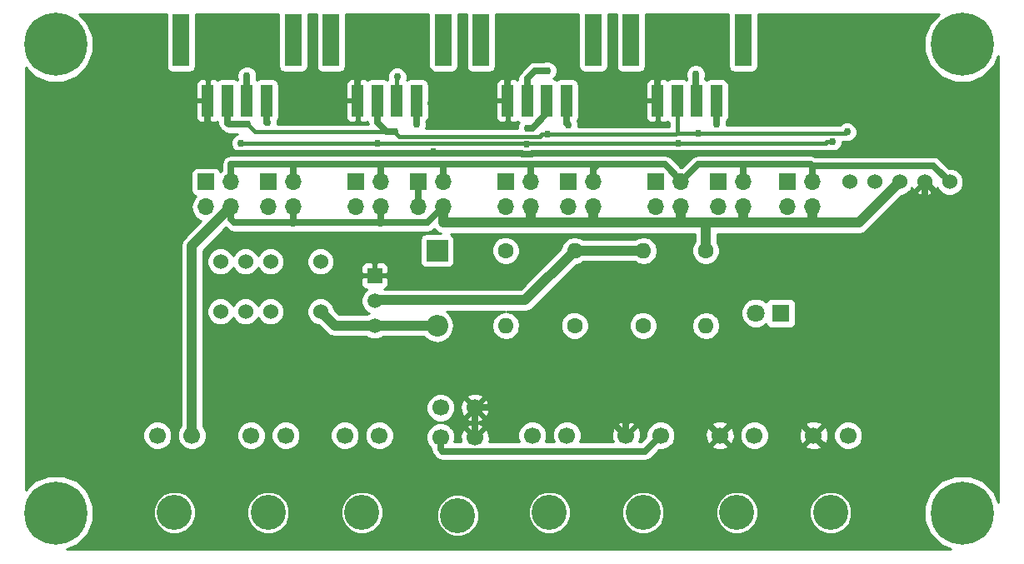
<source format=gbr>
G04 #@! TF.FileFunction,Copper,L2,Bot,Signal*
%FSLAX46Y46*%
G04 Gerber Fmt 4.6, Leading zero omitted, Abs format (unit mm)*
G04 Created by KiCad (PCBNEW 4.0.6) date Saturday, February 03, 2018 'PMt' 12:02:10 PM*
%MOMM*%
%LPD*%
G01*
G04 APERTURE LIST*
%ADD10C,0.100000*%
%ADD11R,1.206500X3.200400*%
%ADD12R,1.700022X5.299964*%
%ADD13C,1.524000*%
%ADD14R,1.800000X1.800000*%
%ADD15C,1.800000*%
%ADD16R,2.200000X2.200000*%
%ADD17O,2.200000X2.200000*%
%ADD18R,1.700000X1.700000*%
%ADD19O,1.700000X1.700000*%
%ADD20C,1.600000*%
%ADD21O,1.600000X1.600000*%
%ADD22C,6.400000*%
%ADD23C,1.520000*%
%ADD24R,1.520000X1.520000*%
%ADD25C,1.700000*%
%ADD26C,3.556000*%
%ADD27C,0.762000*%
%ADD28C,1.016000*%
%ADD29C,0.635000*%
%ADD30C,0.381000*%
%ADD31C,0.254000*%
G04 APERTURE END LIST*
D10*
D11*
X146860006Y-33020000D03*
X148860002Y-33020000D03*
X150859998Y-33020000D03*
X152859994Y-33020000D03*
D12*
X144159986Y-26850340D03*
X155560014Y-26850340D03*
D13*
X127855000Y-49370000D03*
X122775000Y-49370000D03*
X120235000Y-49370000D03*
X117695000Y-49370000D03*
X117695000Y-54450000D03*
X120235000Y-54450000D03*
X122775000Y-54450000D03*
X127855000Y-54450000D03*
D14*
X174625000Y-54610000D03*
D15*
X172085000Y-54610000D03*
D16*
X139700000Y-48260000D03*
D17*
X139700000Y-55880000D03*
D11*
X116380006Y-33020000D03*
X118380002Y-33020000D03*
X120379998Y-33020000D03*
X122379994Y-33020000D03*
D12*
X113679986Y-26850340D03*
X125080014Y-26850340D03*
D11*
X131620006Y-33020000D03*
X133620002Y-33020000D03*
X135619998Y-33020000D03*
X137619994Y-33020000D03*
D12*
X128919986Y-26850340D03*
X140320014Y-26850340D03*
D11*
X162100006Y-33020000D03*
X164100002Y-33020000D03*
X166099998Y-33020000D03*
X168099994Y-33020000D03*
D12*
X159399986Y-26850340D03*
X170800014Y-26850340D03*
D18*
X116205000Y-41275000D03*
D19*
X118745000Y-41275000D03*
X116205000Y-43815000D03*
X118745000Y-43815000D03*
D18*
X131445000Y-41275000D03*
D19*
X133985000Y-41275000D03*
X131445000Y-43815000D03*
X133985000Y-43815000D03*
D18*
X146685000Y-41275000D03*
D19*
X149225000Y-41275000D03*
X146685000Y-43815000D03*
X149225000Y-43815000D03*
D18*
X161925000Y-41275000D03*
D19*
X164465000Y-41275000D03*
X161925000Y-43815000D03*
X164465000Y-43815000D03*
D18*
X175260000Y-41275000D03*
D19*
X177800000Y-41275000D03*
X175260000Y-43815000D03*
X177800000Y-43815000D03*
D18*
X122555000Y-41275000D03*
D19*
X125095000Y-41275000D03*
X122555000Y-43815000D03*
X125095000Y-43815000D03*
D18*
X137795000Y-41275000D03*
D19*
X140335000Y-41275000D03*
X137795000Y-43815000D03*
X140335000Y-43815000D03*
D18*
X153035000Y-41275000D03*
D19*
X155575000Y-41275000D03*
X153035000Y-43815000D03*
X155575000Y-43815000D03*
D18*
X168275000Y-41275000D03*
D19*
X170815000Y-41275000D03*
X168275000Y-43815000D03*
X170815000Y-43815000D03*
D20*
X167005000Y-48260000D03*
D21*
X167005000Y-55880000D03*
D20*
X146685000Y-48260000D03*
D21*
X146685000Y-55880000D03*
D20*
X160655000Y-55880000D03*
D21*
X160655000Y-48260000D03*
D20*
X153670000Y-55880000D03*
D21*
X153670000Y-48260000D03*
D13*
X191770000Y-41275000D03*
X189230000Y-41275000D03*
X186690000Y-41275000D03*
X184150000Y-41275000D03*
X181610000Y-41275000D03*
D22*
X100965000Y-27305000D03*
X193040000Y-27305000D03*
X100965000Y-74930000D03*
X193040000Y-74930000D03*
D23*
X133350000Y-53340000D03*
X133350000Y-55880000D03*
D24*
X133350000Y-50800000D03*
D25*
X149380000Y-67030000D03*
X152880000Y-67030000D03*
D26*
X151120000Y-74860000D03*
D25*
X168430000Y-67030000D03*
X171930000Y-67030000D03*
D26*
X170170000Y-74860000D03*
D25*
X111280000Y-67030000D03*
X114780000Y-67030000D03*
D26*
X113020000Y-74860000D03*
D25*
X120805000Y-67030000D03*
X124305000Y-67030000D03*
D26*
X122545000Y-74860000D03*
D25*
X130330000Y-67030000D03*
X133830000Y-67030000D03*
D26*
X132070000Y-74860000D03*
D25*
X158905000Y-67030000D03*
X162405000Y-67030000D03*
D26*
X160645000Y-74860000D03*
D25*
X177955000Y-67030000D03*
X181455000Y-67030000D03*
D26*
X179695000Y-74860000D03*
D25*
X143545000Y-64230000D03*
X140045000Y-67230000D03*
X143545000Y-67230000D03*
X140045000Y-64230000D03*
D26*
X141785000Y-75160000D03*
D27*
X169799000Y-38354002D03*
X139319000Y-38227000D03*
X124460000Y-38354006D03*
X169799000Y-33401000D03*
X154432000Y-33274000D03*
X154432000Y-38354000D03*
X139065000Y-33274000D03*
X150876000Y-29972000D03*
X135382006Y-36195000D03*
X120396000Y-35433000D03*
X150876000Y-36449000D03*
X166243000Y-36322000D03*
X181356000Y-36195000D03*
X148844000Y-35814000D03*
X148832924Y-37465011D03*
X133604000Y-37338000D03*
X164211000Y-37338000D03*
X119761000Y-37338000D03*
X135635996Y-30607000D03*
X165989000Y-30353000D03*
X179832000Y-37211000D03*
X120379998Y-30496002D03*
X122428000Y-35255214D03*
X137608881Y-35418370D03*
X153034579Y-35496490D03*
X168098889Y-35369490D03*
D28*
X133502400Y-53301900D02*
X133515100Y-53289200D01*
X133515100Y-53289200D02*
X148640800Y-53289200D01*
X148640800Y-53289200D02*
X153670000Y-48260000D01*
X153670000Y-48260000D02*
X160655000Y-48260000D01*
X127855000Y-54450000D02*
X129285000Y-55880000D01*
X129285000Y-55880000D02*
X133350000Y-55880000D01*
X139700000Y-55880000D02*
X133350000Y-55880000D01*
X127888000Y-54483000D02*
X127855000Y-54450000D01*
D29*
X149290125Y-38417512D02*
X148375723Y-38417512D01*
X149353647Y-38353990D02*
X149290125Y-38417512D01*
X168656000Y-38353990D02*
X149353647Y-38353990D01*
X148312201Y-38353990D02*
X139827000Y-38353990D01*
X148375723Y-38417512D02*
X148312201Y-38353990D01*
X188595000Y-69469000D02*
X189230000Y-68834000D01*
X189230000Y-68834000D02*
X189230000Y-41275000D01*
X180394000Y-69469000D02*
X188595000Y-69469000D01*
X177955000Y-67030000D02*
X180394000Y-69469000D01*
D30*
X168656000Y-38353990D02*
X168656012Y-38354002D01*
X169260185Y-38354002D02*
X169799000Y-38354002D01*
X168656012Y-38354002D02*
X169260185Y-38354002D01*
D29*
X189230000Y-41275000D02*
X191643000Y-43688000D01*
X191643000Y-43688000D02*
X192913000Y-43688000D01*
X177787241Y-38353990D02*
X168656000Y-38353990D01*
X192913000Y-43688000D02*
X194183000Y-42418000D01*
X194183000Y-42418000D02*
X194183000Y-39751000D01*
X194183000Y-39751000D02*
X192785990Y-38353990D01*
X192785990Y-38353990D02*
X177787241Y-38353990D01*
X168430000Y-67030000D02*
X170944000Y-64516000D01*
X170944000Y-64516000D02*
X175441000Y-64516000D01*
X175441000Y-64516000D02*
X177955000Y-67030000D01*
X158905000Y-67030000D02*
X158905000Y-65827919D01*
X165662000Y-64262000D02*
X167580001Y-66180001D01*
X158905000Y-65827919D02*
X160470919Y-64262000D01*
X160470919Y-64262000D02*
X165662000Y-64262000D01*
X167580001Y-66180001D02*
X168430000Y-67030000D01*
X124079000Y-38353990D02*
X118986288Y-38353990D01*
X116380006Y-35255200D02*
X116380006Y-33020000D01*
X118986288Y-38353990D02*
X116380006Y-35747708D01*
X116380006Y-35747708D02*
X116380006Y-35255200D01*
D30*
X139700010Y-38227000D02*
X139319000Y-38227000D01*
X139827000Y-38353990D02*
X139700010Y-38227000D01*
X124332995Y-38227001D02*
X124460000Y-38354006D01*
X124205989Y-38227001D02*
X124332995Y-38227001D01*
X124079000Y-38353990D02*
X124205989Y-38227001D01*
D29*
X139827000Y-38353990D02*
X124079000Y-38353990D01*
X169799000Y-32862185D02*
X169799000Y-33401000D01*
X169799000Y-31465185D02*
X169799000Y-32862185D01*
X166718313Y-28384498D02*
X169799000Y-31465185D01*
X164500308Y-28384498D02*
X166718313Y-28384498D01*
X162100006Y-33020000D02*
X162100006Y-30784800D01*
X162100006Y-30784800D02*
X164500308Y-28384498D01*
X154432000Y-32735185D02*
X154432000Y-33274000D01*
X154432000Y-30383815D02*
X154432000Y-32735185D01*
X152750185Y-28702000D02*
X154432000Y-30383815D01*
X148942806Y-28702000D02*
X152750185Y-28702000D01*
X146860006Y-30784800D02*
X148942806Y-28702000D01*
X146860006Y-33020000D02*
X146860006Y-30784800D01*
D30*
X124587000Y-38353990D02*
X124460000Y-38226990D01*
D29*
X143545000Y-64230000D02*
X156105000Y-64230000D01*
X156105000Y-64230000D02*
X158905000Y-67030000D01*
X143545000Y-64230000D02*
X143545000Y-67230000D01*
X131620006Y-33020000D02*
X131620006Y-29796994D01*
X131620006Y-29796994D02*
X132842000Y-28575000D01*
X132842000Y-28575000D02*
X137414000Y-28575000D01*
X137414000Y-28575000D02*
X139192000Y-30353000D01*
X139192000Y-30353000D02*
X139192000Y-33147000D01*
X139192000Y-33147000D02*
X139065000Y-33274000D01*
X133985000Y-43815000D02*
X133985000Y-45427001D01*
X133858000Y-45466000D02*
X133858000Y-45427001D01*
X133946001Y-45466000D02*
X133858000Y-45466000D01*
X133985000Y-45427001D02*
X133946001Y-45466000D01*
X125095000Y-43815000D02*
X125095000Y-45427001D01*
X124968000Y-45466000D02*
X124968000Y-45427001D01*
X125056001Y-45466000D02*
X124968000Y-45466000D01*
X125095000Y-45427001D02*
X125056001Y-45466000D01*
X118745000Y-43815000D02*
X118745000Y-45085000D01*
X138722999Y-45427001D02*
X140335000Y-43815000D01*
X119087001Y-45427001D02*
X124968000Y-45427001D01*
X124968000Y-45427001D02*
X133858000Y-45427001D01*
X133858000Y-45427001D02*
X138722999Y-45427001D01*
X118745000Y-45085000D02*
X119087001Y-45427001D01*
D28*
X170815000Y-45427001D02*
X177800000Y-45427001D01*
X177800000Y-45427001D02*
X182537999Y-45427001D01*
X177800000Y-43815000D02*
X177800000Y-45427001D01*
X167259000Y-45427001D02*
X170815000Y-45427001D01*
X170815000Y-43815000D02*
X170815000Y-45427001D01*
X165100000Y-45427001D02*
X167259000Y-45427001D01*
X167005000Y-48260000D02*
X167005000Y-45681001D01*
X167005000Y-45681001D02*
X167259000Y-45427001D01*
X155829000Y-45427001D02*
X165100000Y-45427001D01*
X164465000Y-43815000D02*
X164465000Y-45017081D01*
X164465000Y-45017081D02*
X164874920Y-45427001D01*
X164874920Y-45427001D02*
X165100000Y-45427001D01*
X140335000Y-45427001D02*
X149479000Y-45427001D01*
X140335000Y-43815000D02*
X140335000Y-45427001D01*
X149479000Y-45427001D02*
X155829000Y-45427001D01*
X149225000Y-43815000D02*
X149225000Y-45173001D01*
X149225000Y-45173001D02*
X149479000Y-45427001D01*
X155829000Y-45271081D02*
X155829000Y-45427001D01*
X155575000Y-43815000D02*
X155575000Y-45017081D01*
X155575000Y-45017081D02*
X155829000Y-45271081D01*
X182537999Y-45427001D02*
X185928001Y-42036999D01*
X185928001Y-42036999D02*
X186690000Y-41275000D01*
X114780000Y-67030000D02*
X114780000Y-47780000D01*
X114780000Y-47780000D02*
X118745000Y-43815000D01*
D30*
X135826507Y-36639501D02*
X135763005Y-36575999D01*
X135763005Y-36575999D02*
X135382006Y-36195000D01*
X150876000Y-36449000D02*
X150337185Y-36449000D01*
X150337185Y-36449000D02*
X150146684Y-36639501D01*
X150146684Y-36639501D02*
X135826507Y-36639501D01*
D29*
X149672802Y-29972000D02*
X150876000Y-29972000D01*
X148860002Y-33020000D02*
X148860002Y-30784800D01*
X148860002Y-30784800D02*
X149672802Y-29972000D01*
D30*
X120396000Y-35433000D02*
X121158000Y-36195000D01*
D29*
X134559802Y-36195000D02*
X134843185Y-36195000D01*
D30*
X121158000Y-36195000D02*
X134843185Y-36195000D01*
D29*
X133620002Y-35255200D02*
X134559802Y-36195000D01*
X134843185Y-36195000D02*
X135382006Y-36195000D01*
X133620002Y-33020000D02*
X133620002Y-35255200D01*
X118460185Y-35306000D02*
X118587185Y-35433000D01*
X118587185Y-35433000D02*
X119857185Y-35433000D01*
X118380002Y-33020000D02*
X118380002Y-35255200D01*
X118380002Y-35255200D02*
X118430802Y-35306000D01*
X119857185Y-35433000D02*
X120396000Y-35433000D01*
X118430802Y-35306000D02*
X118460185Y-35306000D01*
X118364000Y-35271202D02*
X118398798Y-35306000D01*
X118398798Y-35306000D02*
X118460185Y-35306000D01*
D30*
X151414815Y-36449000D02*
X150876000Y-36449000D01*
X164100002Y-36305998D02*
X163957000Y-36449000D01*
X163957000Y-36449000D02*
X151414815Y-36449000D01*
X181356000Y-36195000D02*
X181229000Y-36322000D01*
X181229000Y-36322000D02*
X166243000Y-36322000D01*
X165704185Y-36322000D02*
X166243000Y-36322000D01*
X164100002Y-36305998D02*
X164116004Y-36322000D01*
X164116004Y-36322000D02*
X165704185Y-36322000D01*
X164100002Y-33020000D02*
X164100002Y-36305998D01*
D29*
X150859998Y-33020000D02*
X150859998Y-34336817D01*
X150859998Y-34336817D02*
X149382815Y-35814000D01*
X149382815Y-35814000D02*
X148844000Y-35814000D01*
D30*
X148336000Y-37338000D02*
X148705913Y-37338000D01*
X148705913Y-37338000D02*
X148832924Y-37465011D01*
X164211000Y-37338000D02*
X148336000Y-37338000D01*
X148336000Y-37338000D02*
X147574000Y-37338000D01*
X147574000Y-37338000D02*
X134239000Y-37338000D01*
X164211000Y-37338000D02*
X179166185Y-37338000D01*
X179166185Y-37338000D02*
X179293185Y-37211000D01*
X179293185Y-37211000D02*
X179832000Y-37211000D01*
X134239000Y-37338000D02*
X133604000Y-37338000D01*
X134239000Y-37338000D02*
X119761000Y-37338000D01*
X135619998Y-30622998D02*
X135635996Y-30607000D01*
X135619998Y-33020000D02*
X135619998Y-30622998D01*
D29*
X165989000Y-30353000D02*
X165989000Y-32909002D01*
X165989000Y-32909002D02*
X166099998Y-33020000D01*
X120379998Y-33020000D02*
X120379998Y-30496002D01*
X122380008Y-35255214D02*
X122428000Y-35255214D01*
X122379994Y-33020000D02*
X122379994Y-35255200D01*
X122379994Y-35255200D02*
X122380008Y-35255214D01*
X137795000Y-43815000D02*
X137795000Y-41275000D01*
X137619994Y-35407257D02*
X137608881Y-35418370D01*
X137619994Y-33020000D02*
X137619994Y-35407257D01*
X152859994Y-35321905D02*
X153034579Y-35496490D01*
X152859994Y-33020000D02*
X152859994Y-35321905D01*
X168099994Y-35368385D02*
X168098889Y-35369490D01*
X168099994Y-33020000D02*
X168099994Y-35368385D01*
X156591000Y-39497000D02*
X162814000Y-39497000D01*
X162814000Y-39497000D02*
X164465000Y-41148000D01*
X164465000Y-41275000D02*
X166243000Y-39497000D01*
X166243000Y-39497000D02*
X170815000Y-39497000D01*
X170815000Y-39497000D02*
X177673000Y-39497000D01*
X170815000Y-41275000D02*
X170815000Y-40386000D01*
X170815000Y-40386000D02*
X170815000Y-40005042D01*
X170815000Y-39497000D02*
X170815000Y-40386000D01*
X177673000Y-39497000D02*
X177800000Y-39624000D01*
X118745000Y-39497000D02*
X125095000Y-39497000D01*
X125095000Y-39497000D02*
X133985000Y-39497000D01*
X125095000Y-41275000D02*
X125095000Y-39497000D01*
X133985000Y-39497000D02*
X140335000Y-39497000D01*
X133985000Y-41275000D02*
X133985000Y-39497000D01*
X140335000Y-39497000D02*
X149225000Y-39497000D01*
X140335000Y-41275000D02*
X140335000Y-40072919D01*
X140335000Y-40072919D02*
X140335000Y-39497000D01*
X149225000Y-39497000D02*
X156591000Y-39497000D01*
X149225000Y-41275000D02*
X149225000Y-40072919D01*
X149225000Y-40072919D02*
X149225000Y-39497000D01*
X156083000Y-39497000D02*
X156591000Y-39497000D01*
X118745000Y-41275000D02*
X118745000Y-39497000D01*
X177800000Y-41275000D02*
X177800000Y-39624000D01*
X190119000Y-39624000D02*
X191770000Y-41275000D01*
X177800000Y-39624000D02*
X190119000Y-39624000D01*
X155575000Y-41275000D02*
X155575000Y-40005000D01*
X155575000Y-40005000D02*
X156083000Y-39497000D01*
X140045000Y-67230000D02*
X140045000Y-68432081D01*
X140045000Y-68432081D02*
X140264420Y-68651501D01*
X140264420Y-68651501D02*
X160783499Y-68651501D01*
X160783499Y-68651501D02*
X161555001Y-67879999D01*
X161555001Y-67879999D02*
X162405000Y-67030000D01*
D31*
G36*
X112182535Y-29500322D02*
X112226813Y-29735639D01*
X112365885Y-29951763D01*
X112578085Y-30096753D01*
X112829975Y-30147762D01*
X114529997Y-30147762D01*
X114765314Y-30103484D01*
X114981438Y-29964412D01*
X115126428Y-29752212D01*
X115177437Y-29500322D01*
X115177437Y-24257000D01*
X123582563Y-24257000D01*
X123582563Y-29500322D01*
X123626841Y-29735639D01*
X123765913Y-29951763D01*
X123978113Y-30096753D01*
X124230003Y-30147762D01*
X125930025Y-30147762D01*
X126165342Y-30103484D01*
X126381466Y-29964412D01*
X126526456Y-29752212D01*
X126577465Y-29500322D01*
X126577465Y-24257000D01*
X127422535Y-24257000D01*
X127422535Y-29500322D01*
X127466813Y-29735639D01*
X127605885Y-29951763D01*
X127818085Y-30096753D01*
X128069975Y-30147762D01*
X129769997Y-30147762D01*
X130005314Y-30103484D01*
X130221438Y-29964412D01*
X130366428Y-29752212D01*
X130417437Y-29500322D01*
X130417437Y-24257000D01*
X138822563Y-24257000D01*
X138822563Y-29500322D01*
X138866841Y-29735639D01*
X139005913Y-29951763D01*
X139218113Y-30096753D01*
X139470003Y-30147762D01*
X141170025Y-30147762D01*
X141405342Y-30103484D01*
X141621466Y-29964412D01*
X141766456Y-29752212D01*
X141817465Y-29500322D01*
X141817465Y-24257000D01*
X142662535Y-24257000D01*
X142662535Y-29500322D01*
X142706813Y-29735639D01*
X142845885Y-29951763D01*
X143058085Y-30096753D01*
X143309975Y-30147762D01*
X145009997Y-30147762D01*
X145245314Y-30103484D01*
X145461438Y-29964412D01*
X145606428Y-29752212D01*
X145657437Y-29500322D01*
X145657437Y-24257000D01*
X154062563Y-24257000D01*
X154062563Y-29500322D01*
X154106841Y-29735639D01*
X154245913Y-29951763D01*
X154458113Y-30096753D01*
X154710003Y-30147762D01*
X156410025Y-30147762D01*
X156645342Y-30103484D01*
X156861466Y-29964412D01*
X157006456Y-29752212D01*
X157057465Y-29500322D01*
X157057465Y-24257000D01*
X157902535Y-24257000D01*
X157902535Y-29500322D01*
X157946813Y-29735639D01*
X158085885Y-29951763D01*
X158298085Y-30096753D01*
X158549975Y-30147762D01*
X160249997Y-30147762D01*
X160485314Y-30103484D01*
X160701438Y-29964412D01*
X160846428Y-29752212D01*
X160897437Y-29500322D01*
X160897437Y-24257000D01*
X169302563Y-24257000D01*
X169302563Y-29500322D01*
X169346841Y-29735639D01*
X169485913Y-29951763D01*
X169698113Y-30096753D01*
X169950003Y-30147762D01*
X171650025Y-30147762D01*
X171885342Y-30103484D01*
X172101466Y-29964412D01*
X172246456Y-29752212D01*
X172297465Y-29500322D01*
X172297465Y-24257000D01*
X190665077Y-24257000D01*
X189790741Y-25129811D01*
X189205667Y-26538825D01*
X189204336Y-28064482D01*
X189786950Y-29474515D01*
X190864811Y-30554259D01*
X192273825Y-31139333D01*
X193799482Y-31140664D01*
X195209515Y-30558050D01*
X196289259Y-29480189D01*
X196723000Y-28435625D01*
X196723000Y-73801043D01*
X196293050Y-72760485D01*
X195215189Y-71680741D01*
X193806175Y-71095667D01*
X192280518Y-71094336D01*
X190870485Y-71676950D01*
X189790741Y-72754811D01*
X189205667Y-74163825D01*
X189204336Y-75689482D01*
X189786950Y-77099515D01*
X190864811Y-78179259D01*
X191909375Y-78613000D01*
X102093957Y-78613000D01*
X103134515Y-78183050D01*
X104214259Y-77105189D01*
X104799333Y-75696175D01*
X104799689Y-75287766D01*
X110859626Y-75287766D01*
X111187773Y-76081943D01*
X111794861Y-76690091D01*
X112588464Y-77019624D01*
X113447766Y-77020374D01*
X114241943Y-76692227D01*
X114850091Y-76085139D01*
X115179624Y-75291536D01*
X115179627Y-75287766D01*
X120384626Y-75287766D01*
X120712773Y-76081943D01*
X121319861Y-76690091D01*
X122113464Y-77019624D01*
X122972766Y-77020374D01*
X123766943Y-76692227D01*
X124375091Y-76085139D01*
X124704624Y-75291536D01*
X124704627Y-75287766D01*
X129909626Y-75287766D01*
X130237773Y-76081943D01*
X130844861Y-76690091D01*
X131638464Y-77019624D01*
X132497766Y-77020374D01*
X133291943Y-76692227D01*
X133900091Y-76085139D01*
X134106618Y-75587766D01*
X139624626Y-75587766D01*
X139952773Y-76381943D01*
X140559861Y-76990091D01*
X141353464Y-77319624D01*
X142212766Y-77320374D01*
X143006943Y-76992227D01*
X143615091Y-76385139D01*
X143944624Y-75591536D01*
X143944889Y-75287766D01*
X148959626Y-75287766D01*
X149287773Y-76081943D01*
X149894861Y-76690091D01*
X150688464Y-77019624D01*
X151547766Y-77020374D01*
X152341943Y-76692227D01*
X152950091Y-76085139D01*
X153279624Y-75291536D01*
X153279627Y-75287766D01*
X158484626Y-75287766D01*
X158812773Y-76081943D01*
X159419861Y-76690091D01*
X160213464Y-77019624D01*
X161072766Y-77020374D01*
X161866943Y-76692227D01*
X162475091Y-76085139D01*
X162804624Y-75291536D01*
X162804627Y-75287766D01*
X168009626Y-75287766D01*
X168337773Y-76081943D01*
X168944861Y-76690091D01*
X169738464Y-77019624D01*
X170597766Y-77020374D01*
X171391943Y-76692227D01*
X172000091Y-76085139D01*
X172329624Y-75291536D01*
X172329627Y-75287766D01*
X177534626Y-75287766D01*
X177862773Y-76081943D01*
X178469861Y-76690091D01*
X179263464Y-77019624D01*
X180122766Y-77020374D01*
X180916943Y-76692227D01*
X181525091Y-76085139D01*
X181854624Y-75291536D01*
X181855374Y-74432234D01*
X181527227Y-73638057D01*
X180920139Y-73029909D01*
X180126536Y-72700376D01*
X179267234Y-72699626D01*
X178473057Y-73027773D01*
X177864909Y-73634861D01*
X177535376Y-74428464D01*
X177534626Y-75287766D01*
X172329627Y-75287766D01*
X172330374Y-74432234D01*
X172002227Y-73638057D01*
X171395139Y-73029909D01*
X170601536Y-72700376D01*
X169742234Y-72699626D01*
X168948057Y-73027773D01*
X168339909Y-73634861D01*
X168010376Y-74428464D01*
X168009626Y-75287766D01*
X162804627Y-75287766D01*
X162805374Y-74432234D01*
X162477227Y-73638057D01*
X161870139Y-73029909D01*
X161076536Y-72700376D01*
X160217234Y-72699626D01*
X159423057Y-73027773D01*
X158814909Y-73634861D01*
X158485376Y-74428464D01*
X158484626Y-75287766D01*
X153279627Y-75287766D01*
X153280374Y-74432234D01*
X152952227Y-73638057D01*
X152345139Y-73029909D01*
X151551536Y-72700376D01*
X150692234Y-72699626D01*
X149898057Y-73027773D01*
X149289909Y-73634861D01*
X148960376Y-74428464D01*
X148959626Y-75287766D01*
X143944889Y-75287766D01*
X143945374Y-74732234D01*
X143617227Y-73938057D01*
X143010139Y-73329909D01*
X142216536Y-73000376D01*
X141357234Y-72999626D01*
X140563057Y-73327773D01*
X139954909Y-73934861D01*
X139625376Y-74728464D01*
X139624626Y-75587766D01*
X134106618Y-75587766D01*
X134229624Y-75291536D01*
X134230374Y-74432234D01*
X133902227Y-73638057D01*
X133295139Y-73029909D01*
X132501536Y-72700376D01*
X131642234Y-72699626D01*
X130848057Y-73027773D01*
X130239909Y-73634861D01*
X129910376Y-74428464D01*
X129909626Y-75287766D01*
X124704627Y-75287766D01*
X124705374Y-74432234D01*
X124377227Y-73638057D01*
X123770139Y-73029909D01*
X122976536Y-72700376D01*
X122117234Y-72699626D01*
X121323057Y-73027773D01*
X120714909Y-73634861D01*
X120385376Y-74428464D01*
X120384626Y-75287766D01*
X115179627Y-75287766D01*
X115180374Y-74432234D01*
X114852227Y-73638057D01*
X114245139Y-73029909D01*
X113451536Y-72700376D01*
X112592234Y-72699626D01*
X111798057Y-73027773D01*
X111189909Y-73634861D01*
X110860376Y-74428464D01*
X110859626Y-75287766D01*
X104799689Y-75287766D01*
X104800664Y-74170518D01*
X104218050Y-72760485D01*
X103140189Y-71680741D01*
X101731175Y-71095667D01*
X100205518Y-71094336D01*
X98795485Y-71676950D01*
X97917000Y-72553903D01*
X97917000Y-67324089D01*
X109794743Y-67324089D01*
X110020344Y-67870086D01*
X110437717Y-68288188D01*
X110983319Y-68514742D01*
X111574089Y-68515257D01*
X112120086Y-68289656D01*
X112538188Y-67872283D01*
X112764742Y-67326681D01*
X112764744Y-67324089D01*
X113294743Y-67324089D01*
X113520344Y-67870086D01*
X113937717Y-68288188D01*
X114483319Y-68514742D01*
X115074089Y-68515257D01*
X115620086Y-68289656D01*
X116038188Y-67872283D01*
X116264742Y-67326681D01*
X116264744Y-67324089D01*
X119319743Y-67324089D01*
X119545344Y-67870086D01*
X119962717Y-68288188D01*
X120508319Y-68514742D01*
X121099089Y-68515257D01*
X121645086Y-68289656D01*
X122063188Y-67872283D01*
X122289742Y-67326681D01*
X122289744Y-67324089D01*
X122819743Y-67324089D01*
X123045344Y-67870086D01*
X123462717Y-68288188D01*
X124008319Y-68514742D01*
X124599089Y-68515257D01*
X125145086Y-68289656D01*
X125563188Y-67872283D01*
X125789742Y-67326681D01*
X125789744Y-67324089D01*
X128844743Y-67324089D01*
X129070344Y-67870086D01*
X129487717Y-68288188D01*
X130033319Y-68514742D01*
X130624089Y-68515257D01*
X131170086Y-68289656D01*
X131588188Y-67872283D01*
X131814742Y-67326681D01*
X131814744Y-67324089D01*
X132344743Y-67324089D01*
X132570344Y-67870086D01*
X132987717Y-68288188D01*
X133533319Y-68514742D01*
X134124089Y-68515257D01*
X134670086Y-68289656D01*
X135088188Y-67872283D01*
X135232770Y-67524089D01*
X138559743Y-67524089D01*
X138785344Y-68070086D01*
X139092500Y-68377778D01*
X139092500Y-68432081D01*
X139165005Y-68796587D01*
X139371481Y-69105600D01*
X139590901Y-69325020D01*
X139899914Y-69531496D01*
X140264420Y-69604001D01*
X160783499Y-69604001D01*
X161148005Y-69531496D01*
X161457018Y-69325020D01*
X162267158Y-68514880D01*
X162699089Y-68515257D01*
X163245086Y-68289656D01*
X163461160Y-68073958D01*
X167565647Y-68073958D01*
X167645920Y-68325259D01*
X168201279Y-68526718D01*
X168791458Y-68500315D01*
X169214080Y-68325259D01*
X169294353Y-68073958D01*
X168430000Y-67209605D01*
X167565647Y-68073958D01*
X163461160Y-68073958D01*
X163663188Y-67872283D01*
X163889742Y-67326681D01*
X163890200Y-66801279D01*
X166933282Y-66801279D01*
X166959685Y-67391458D01*
X167134741Y-67814080D01*
X167386042Y-67894353D01*
X168250395Y-67030000D01*
X168609605Y-67030000D01*
X169473958Y-67894353D01*
X169725259Y-67814080D01*
X169903005Y-67324089D01*
X170444743Y-67324089D01*
X170670344Y-67870086D01*
X171087717Y-68288188D01*
X171633319Y-68514742D01*
X172224089Y-68515257D01*
X172770086Y-68289656D01*
X172986160Y-68073958D01*
X177090647Y-68073958D01*
X177170920Y-68325259D01*
X177726279Y-68526718D01*
X178316458Y-68500315D01*
X178739080Y-68325259D01*
X178819353Y-68073958D01*
X177955000Y-67209605D01*
X177090647Y-68073958D01*
X172986160Y-68073958D01*
X173188188Y-67872283D01*
X173414742Y-67326681D01*
X173415200Y-66801279D01*
X176458282Y-66801279D01*
X176484685Y-67391458D01*
X176659741Y-67814080D01*
X176911042Y-67894353D01*
X177775395Y-67030000D01*
X178134605Y-67030000D01*
X178998958Y-67894353D01*
X179250259Y-67814080D01*
X179428005Y-67324089D01*
X179969743Y-67324089D01*
X180195344Y-67870086D01*
X180612717Y-68288188D01*
X181158319Y-68514742D01*
X181749089Y-68515257D01*
X182295086Y-68289656D01*
X182713188Y-67872283D01*
X182939742Y-67326681D01*
X182940257Y-66735911D01*
X182714656Y-66189914D01*
X182297283Y-65771812D01*
X181751681Y-65545258D01*
X181160911Y-65544743D01*
X180614914Y-65770344D01*
X180196812Y-66187717D01*
X179970258Y-66733319D01*
X179969743Y-67324089D01*
X179428005Y-67324089D01*
X179451718Y-67258721D01*
X179425315Y-66668542D01*
X179250259Y-66245920D01*
X178998958Y-66165647D01*
X178134605Y-67030000D01*
X177775395Y-67030000D01*
X176911042Y-66165647D01*
X176659741Y-66245920D01*
X176458282Y-66801279D01*
X173415200Y-66801279D01*
X173415257Y-66735911D01*
X173189656Y-66189914D01*
X172986140Y-65986042D01*
X177090647Y-65986042D01*
X177955000Y-66850395D01*
X178819353Y-65986042D01*
X178739080Y-65734741D01*
X178183721Y-65533282D01*
X177593542Y-65559685D01*
X177170920Y-65734741D01*
X177090647Y-65986042D01*
X172986140Y-65986042D01*
X172772283Y-65771812D01*
X172226681Y-65545258D01*
X171635911Y-65544743D01*
X171089914Y-65770344D01*
X170671812Y-66187717D01*
X170445258Y-66733319D01*
X170444743Y-67324089D01*
X169903005Y-67324089D01*
X169926718Y-67258721D01*
X169900315Y-66668542D01*
X169725259Y-66245920D01*
X169473958Y-66165647D01*
X168609605Y-67030000D01*
X168250395Y-67030000D01*
X167386042Y-66165647D01*
X167134741Y-66245920D01*
X166933282Y-66801279D01*
X163890200Y-66801279D01*
X163890257Y-66735911D01*
X163664656Y-66189914D01*
X163461140Y-65986042D01*
X167565647Y-65986042D01*
X168430000Y-66850395D01*
X169294353Y-65986042D01*
X169214080Y-65734741D01*
X168658721Y-65533282D01*
X168068542Y-65559685D01*
X167645920Y-65734741D01*
X167565647Y-65986042D01*
X163461140Y-65986042D01*
X163247283Y-65771812D01*
X162701681Y-65545258D01*
X162110911Y-65544743D01*
X161564914Y-65770344D01*
X161146812Y-66187717D01*
X160920258Y-66733319D01*
X160919879Y-67168083D01*
X160388961Y-67699001D01*
X160242004Y-67699001D01*
X160401718Y-67258721D01*
X160375315Y-66668542D01*
X160200259Y-66245920D01*
X159948958Y-66165647D01*
X159084605Y-67030000D01*
X159098748Y-67044143D01*
X158919143Y-67223748D01*
X158905000Y-67209605D01*
X158890858Y-67223748D01*
X158711253Y-67044143D01*
X158725395Y-67030000D01*
X157861042Y-66165647D01*
X157609741Y-66245920D01*
X157408282Y-66801279D01*
X157434685Y-67391458D01*
X157562074Y-67699001D01*
X154210141Y-67699001D01*
X154364742Y-67326681D01*
X154365257Y-66735911D01*
X154139656Y-66189914D01*
X153936140Y-65986042D01*
X158040647Y-65986042D01*
X158905000Y-66850395D01*
X159769353Y-65986042D01*
X159689080Y-65734741D01*
X159133721Y-65533282D01*
X158543542Y-65559685D01*
X158120920Y-65734741D01*
X158040647Y-65986042D01*
X153936140Y-65986042D01*
X153722283Y-65771812D01*
X153176681Y-65545258D01*
X152585911Y-65544743D01*
X152039914Y-65770344D01*
X151621812Y-66187717D01*
X151395258Y-66733319D01*
X151394743Y-67324089D01*
X151549653Y-67699001D01*
X150710141Y-67699001D01*
X150864742Y-67326681D01*
X150865257Y-66735911D01*
X150639656Y-66189914D01*
X150222283Y-65771812D01*
X149676681Y-65545258D01*
X149085911Y-65544743D01*
X148539914Y-65770344D01*
X148121812Y-66187717D01*
X147895258Y-66733319D01*
X147894743Y-67324089D01*
X148049653Y-67699001D01*
X144954555Y-67699001D01*
X145041718Y-67458721D01*
X145015315Y-66868542D01*
X144840259Y-66445920D01*
X144588958Y-66365647D01*
X143724605Y-67230000D01*
X143738748Y-67244143D01*
X143559143Y-67423748D01*
X143545000Y-67409605D01*
X143530858Y-67423748D01*
X143351253Y-67244143D01*
X143365395Y-67230000D01*
X142501042Y-66365647D01*
X142249741Y-66445920D01*
X142048282Y-67001279D01*
X142074685Y-67591458D01*
X142119231Y-67699001D01*
X141458188Y-67699001D01*
X141529742Y-67526681D01*
X141530257Y-66935911D01*
X141304656Y-66389914D01*
X141101140Y-66186042D01*
X142680647Y-66186042D01*
X143545000Y-67050395D01*
X144409353Y-66186042D01*
X144329080Y-65934741D01*
X143773721Y-65733282D01*
X143183542Y-65759685D01*
X142760920Y-65934741D01*
X142680647Y-66186042D01*
X141101140Y-66186042D01*
X140887283Y-65971812D01*
X140341681Y-65745258D01*
X139750911Y-65744743D01*
X139204914Y-65970344D01*
X138786812Y-66387717D01*
X138560258Y-66933319D01*
X138559743Y-67524089D01*
X135232770Y-67524089D01*
X135314742Y-67326681D01*
X135315257Y-66735911D01*
X135089656Y-66189914D01*
X134672283Y-65771812D01*
X134126681Y-65545258D01*
X133535911Y-65544743D01*
X132989914Y-65770344D01*
X132571812Y-66187717D01*
X132345258Y-66733319D01*
X132344743Y-67324089D01*
X131814744Y-67324089D01*
X131815257Y-66735911D01*
X131589656Y-66189914D01*
X131172283Y-65771812D01*
X130626681Y-65545258D01*
X130035911Y-65544743D01*
X129489914Y-65770344D01*
X129071812Y-66187717D01*
X128845258Y-66733319D01*
X128844743Y-67324089D01*
X125789744Y-67324089D01*
X125790257Y-66735911D01*
X125564656Y-66189914D01*
X125147283Y-65771812D01*
X124601681Y-65545258D01*
X124010911Y-65544743D01*
X123464914Y-65770344D01*
X123046812Y-66187717D01*
X122820258Y-66733319D01*
X122819743Y-67324089D01*
X122289744Y-67324089D01*
X122290257Y-66735911D01*
X122064656Y-66189914D01*
X121647283Y-65771812D01*
X121101681Y-65545258D01*
X120510911Y-65544743D01*
X119964914Y-65770344D01*
X119546812Y-66187717D01*
X119320258Y-66733319D01*
X119319743Y-67324089D01*
X116264744Y-67324089D01*
X116265257Y-66735911D01*
X116039656Y-66189914D01*
X115923000Y-66073054D01*
X115923000Y-64524089D01*
X138559743Y-64524089D01*
X138785344Y-65070086D01*
X139202717Y-65488188D01*
X139748319Y-65714742D01*
X140339089Y-65715257D01*
X140885086Y-65489656D01*
X141101160Y-65273958D01*
X142680647Y-65273958D01*
X142760920Y-65525259D01*
X143316279Y-65726718D01*
X143906458Y-65700315D01*
X144329080Y-65525259D01*
X144409353Y-65273958D01*
X143545000Y-64409605D01*
X142680647Y-65273958D01*
X141101160Y-65273958D01*
X141303188Y-65072283D01*
X141529742Y-64526681D01*
X141530200Y-64001279D01*
X142048282Y-64001279D01*
X142074685Y-64591458D01*
X142249741Y-65014080D01*
X142501042Y-65094353D01*
X143365395Y-64230000D01*
X143724605Y-64230000D01*
X144588958Y-65094353D01*
X144840259Y-65014080D01*
X145041718Y-64458721D01*
X145015315Y-63868542D01*
X144840259Y-63445920D01*
X144588958Y-63365647D01*
X143724605Y-64230000D01*
X143365395Y-64230000D01*
X142501042Y-63365647D01*
X142249741Y-63445920D01*
X142048282Y-64001279D01*
X141530200Y-64001279D01*
X141530257Y-63935911D01*
X141304656Y-63389914D01*
X141101140Y-63186042D01*
X142680647Y-63186042D01*
X143545000Y-64050395D01*
X144409353Y-63186042D01*
X144329080Y-62934741D01*
X143773721Y-62733282D01*
X143183542Y-62759685D01*
X142760920Y-62934741D01*
X142680647Y-63186042D01*
X141101140Y-63186042D01*
X140887283Y-62971812D01*
X140341681Y-62745258D01*
X139750911Y-62744743D01*
X139204914Y-62970344D01*
X138786812Y-63387717D01*
X138560258Y-63933319D01*
X138559743Y-64524089D01*
X115923000Y-64524089D01*
X115923000Y-54726661D01*
X116297758Y-54726661D01*
X116509990Y-55240303D01*
X116902630Y-55633629D01*
X117415900Y-55846757D01*
X117971661Y-55847242D01*
X118485303Y-55635010D01*
X118878629Y-55242370D01*
X118964949Y-55034488D01*
X119049990Y-55240303D01*
X119442630Y-55633629D01*
X119955900Y-55846757D01*
X120511661Y-55847242D01*
X121025303Y-55635010D01*
X121418629Y-55242370D01*
X121504949Y-55034488D01*
X121589990Y-55240303D01*
X121982630Y-55633629D01*
X122495900Y-55846757D01*
X123051661Y-55847242D01*
X123565303Y-55635010D01*
X123958629Y-55242370D01*
X124171757Y-54729100D01*
X124171759Y-54726661D01*
X126457758Y-54726661D01*
X126669990Y-55240303D01*
X127062630Y-55633629D01*
X127575900Y-55846757D01*
X127635363Y-55846809D01*
X128476777Y-56688223D01*
X128847593Y-56935994D01*
X129285000Y-57023000D01*
X132519898Y-57023000D01*
X132558764Y-57061934D01*
X133071300Y-57274758D01*
X133626265Y-57275242D01*
X134139172Y-57063313D01*
X134179555Y-57023000D01*
X138394444Y-57023000D01*
X138473170Y-57140821D01*
X139036044Y-57516922D01*
X139700000Y-57648991D01*
X140363956Y-57516922D01*
X140926830Y-57140821D01*
X141302931Y-56577947D01*
X141435000Y-55913991D01*
X141435000Y-55846009D01*
X141302931Y-55182053D01*
X140926830Y-54619179D01*
X140646997Y-54432200D01*
X146608016Y-54432200D01*
X146135849Y-54526120D01*
X145670302Y-54837189D01*
X145359233Y-55302736D01*
X145250000Y-55851887D01*
X145250000Y-55908113D01*
X145359233Y-56457264D01*
X145670302Y-56922811D01*
X146135849Y-57233880D01*
X146685000Y-57343113D01*
X147234151Y-57233880D01*
X147699698Y-56922811D01*
X148010767Y-56457264D01*
X148069063Y-56164187D01*
X152234752Y-56164187D01*
X152452757Y-56691800D01*
X152856077Y-57095824D01*
X153383309Y-57314750D01*
X153954187Y-57315248D01*
X154481800Y-57097243D01*
X154885824Y-56693923D01*
X155104750Y-56166691D01*
X155104752Y-56164187D01*
X159219752Y-56164187D01*
X159437757Y-56691800D01*
X159841077Y-57095824D01*
X160368309Y-57314750D01*
X160939187Y-57315248D01*
X161466800Y-57097243D01*
X161870824Y-56693923D01*
X162089750Y-56166691D01*
X162090024Y-55851887D01*
X165570000Y-55851887D01*
X165570000Y-55908113D01*
X165679233Y-56457264D01*
X165990302Y-56922811D01*
X166455849Y-57233880D01*
X167005000Y-57343113D01*
X167554151Y-57233880D01*
X168019698Y-56922811D01*
X168330767Y-56457264D01*
X168440000Y-55908113D01*
X168440000Y-55851887D01*
X168330767Y-55302736D01*
X168071016Y-54913991D01*
X170549735Y-54913991D01*
X170782932Y-55478371D01*
X171214357Y-55910551D01*
X171778330Y-56144733D01*
X172388991Y-56145265D01*
X172953371Y-55912068D01*
X173121613Y-55744120D01*
X173121838Y-55745317D01*
X173260910Y-55961441D01*
X173473110Y-56106431D01*
X173725000Y-56157440D01*
X175525000Y-56157440D01*
X175760317Y-56113162D01*
X175976441Y-55974090D01*
X176121431Y-55761890D01*
X176172440Y-55510000D01*
X176172440Y-53710000D01*
X176128162Y-53474683D01*
X175989090Y-53258559D01*
X175776890Y-53113569D01*
X175525000Y-53062560D01*
X173725000Y-53062560D01*
X173489683Y-53106838D01*
X173273559Y-53245910D01*
X173128569Y-53458110D01*
X173124433Y-53478534D01*
X172955643Y-53309449D01*
X172391670Y-53075267D01*
X171781009Y-53074735D01*
X171216629Y-53307932D01*
X170784449Y-53739357D01*
X170550267Y-54303330D01*
X170549735Y-54913991D01*
X168071016Y-54913991D01*
X168019698Y-54837189D01*
X167554151Y-54526120D01*
X167005000Y-54416887D01*
X166455849Y-54526120D01*
X165990302Y-54837189D01*
X165679233Y-55302736D01*
X165570000Y-55851887D01*
X162090024Y-55851887D01*
X162090248Y-55595813D01*
X161872243Y-55068200D01*
X161468923Y-54664176D01*
X160941691Y-54445250D01*
X160370813Y-54444752D01*
X159843200Y-54662757D01*
X159439176Y-55066077D01*
X159220250Y-55593309D01*
X159219752Y-56164187D01*
X155104752Y-56164187D01*
X155105248Y-55595813D01*
X154887243Y-55068200D01*
X154483923Y-54664176D01*
X153956691Y-54445250D01*
X153385813Y-54444752D01*
X152858200Y-54662757D01*
X152454176Y-55066077D01*
X152235250Y-55593309D01*
X152234752Y-56164187D01*
X148069063Y-56164187D01*
X148120000Y-55908113D01*
X148120000Y-55851887D01*
X148010767Y-55302736D01*
X147699698Y-54837189D01*
X147234151Y-54526120D01*
X146761984Y-54432200D01*
X148640800Y-54432200D01*
X149078207Y-54345194D01*
X149449023Y-54097423D01*
X153861406Y-49685040D01*
X154219151Y-49613880D01*
X154534755Y-49403000D01*
X159790245Y-49403000D01*
X160105849Y-49613880D01*
X160655000Y-49723113D01*
X161204151Y-49613880D01*
X161669698Y-49302811D01*
X161980767Y-48837264D01*
X162090000Y-48288113D01*
X162090000Y-48231887D01*
X161980767Y-47682736D01*
X161669698Y-47217189D01*
X161204151Y-46906120D01*
X160655000Y-46796887D01*
X160105849Y-46906120D01*
X159790245Y-47117000D01*
X154534755Y-47117000D01*
X154219151Y-46906120D01*
X153670000Y-46796887D01*
X153120849Y-46906120D01*
X152655302Y-47217189D01*
X152344233Y-47682736D01*
X152273073Y-48040481D01*
X148167354Y-52146200D01*
X134354122Y-52146200D01*
X134469698Y-52098327D01*
X134648327Y-51919699D01*
X134745000Y-51686310D01*
X134745000Y-51085750D01*
X134586250Y-50927000D01*
X133477000Y-50927000D01*
X133477000Y-50947000D01*
X133223000Y-50947000D01*
X133223000Y-50927000D01*
X132113750Y-50927000D01*
X131955000Y-51085750D01*
X131955000Y-51686310D01*
X132051673Y-51919699D01*
X132230302Y-52098327D01*
X132463691Y-52195000D01*
X132522448Y-52195000D01*
X132168066Y-52548764D01*
X131955242Y-53061300D01*
X131954758Y-53616265D01*
X132166687Y-54129172D01*
X132558764Y-54521934D01*
X132770738Y-54609954D01*
X132560828Y-54696687D01*
X132520445Y-54737000D01*
X129758446Y-54737000D01*
X129252192Y-54230746D01*
X129252242Y-54173339D01*
X129040010Y-53659697D01*
X128647370Y-53266371D01*
X128134100Y-53053243D01*
X127578339Y-53052758D01*
X127064697Y-53264990D01*
X126671371Y-53657630D01*
X126458243Y-54170900D01*
X126457758Y-54726661D01*
X124171759Y-54726661D01*
X124172242Y-54173339D01*
X123960010Y-53659697D01*
X123567370Y-53266371D01*
X123054100Y-53053243D01*
X122498339Y-53052758D01*
X121984697Y-53264990D01*
X121591371Y-53657630D01*
X121505051Y-53865512D01*
X121420010Y-53659697D01*
X121027370Y-53266371D01*
X120514100Y-53053243D01*
X119958339Y-53052758D01*
X119444697Y-53264990D01*
X119051371Y-53657630D01*
X118965051Y-53865512D01*
X118880010Y-53659697D01*
X118487370Y-53266371D01*
X117974100Y-53053243D01*
X117418339Y-53052758D01*
X116904697Y-53264990D01*
X116511371Y-53657630D01*
X116298243Y-54170900D01*
X116297758Y-54726661D01*
X115923000Y-54726661D01*
X115923000Y-49646661D01*
X116297758Y-49646661D01*
X116509990Y-50160303D01*
X116902630Y-50553629D01*
X117415900Y-50766757D01*
X117971661Y-50767242D01*
X118485303Y-50555010D01*
X118878629Y-50162370D01*
X118964949Y-49954488D01*
X119049990Y-50160303D01*
X119442630Y-50553629D01*
X119955900Y-50766757D01*
X120511661Y-50767242D01*
X121025303Y-50555010D01*
X121418629Y-50162370D01*
X121504949Y-49954488D01*
X121589990Y-50160303D01*
X121982630Y-50553629D01*
X122495900Y-50766757D01*
X123051661Y-50767242D01*
X123565303Y-50555010D01*
X123958629Y-50162370D01*
X124171757Y-49649100D01*
X124171759Y-49646661D01*
X126457758Y-49646661D01*
X126669990Y-50160303D01*
X127062630Y-50553629D01*
X127575900Y-50766757D01*
X128131661Y-50767242D01*
X128645303Y-50555010D01*
X129038629Y-50162370D01*
X129141889Y-49913690D01*
X131955000Y-49913690D01*
X131955000Y-50514250D01*
X132113750Y-50673000D01*
X133223000Y-50673000D01*
X133223000Y-49563750D01*
X133477000Y-49563750D01*
X133477000Y-50673000D01*
X134586250Y-50673000D01*
X134745000Y-50514250D01*
X134745000Y-49913690D01*
X134648327Y-49680301D01*
X134469698Y-49501673D01*
X134236309Y-49405000D01*
X133635750Y-49405000D01*
X133477000Y-49563750D01*
X133223000Y-49563750D01*
X133064250Y-49405000D01*
X132463691Y-49405000D01*
X132230302Y-49501673D01*
X132051673Y-49680301D01*
X131955000Y-49913690D01*
X129141889Y-49913690D01*
X129251757Y-49649100D01*
X129252242Y-49093339D01*
X129040010Y-48579697D01*
X128647370Y-48186371D01*
X128134100Y-47973243D01*
X127578339Y-47972758D01*
X127064697Y-48184990D01*
X126671371Y-48577630D01*
X126458243Y-49090900D01*
X126457758Y-49646661D01*
X124171759Y-49646661D01*
X124172242Y-49093339D01*
X123960010Y-48579697D01*
X123567370Y-48186371D01*
X123054100Y-47973243D01*
X122498339Y-47972758D01*
X121984697Y-48184990D01*
X121591371Y-48577630D01*
X121505051Y-48785512D01*
X121420010Y-48579697D01*
X121027370Y-48186371D01*
X120514100Y-47973243D01*
X119958339Y-47972758D01*
X119444697Y-48184990D01*
X119051371Y-48577630D01*
X118965051Y-48785512D01*
X118880010Y-48579697D01*
X118487370Y-48186371D01*
X117974100Y-47973243D01*
X117418339Y-47972758D01*
X116904697Y-48184990D01*
X116511371Y-48577630D01*
X116298243Y-49090900D01*
X116297758Y-49646661D01*
X115923000Y-49646661D01*
X115923000Y-48253446D01*
X118244704Y-45931742D01*
X118413481Y-46100520D01*
X118722495Y-46306996D01*
X119087001Y-46379501D01*
X124771939Y-46379501D01*
X124968000Y-46418500D01*
X125056001Y-46418500D01*
X125252062Y-46379501D01*
X133661939Y-46379501D01*
X133858000Y-46418500D01*
X133946001Y-46418500D01*
X134142062Y-46379501D01*
X138722999Y-46379501D01*
X139087505Y-46306996D01*
X139396518Y-46100520D01*
X139420648Y-46076390D01*
X139526777Y-46235224D01*
X139897593Y-46482995D01*
X140046226Y-46512560D01*
X138600000Y-46512560D01*
X138364683Y-46556838D01*
X138148559Y-46695910D01*
X138003569Y-46908110D01*
X137952560Y-47160000D01*
X137952560Y-49360000D01*
X137996838Y-49595317D01*
X138135910Y-49811441D01*
X138348110Y-49956431D01*
X138600000Y-50007440D01*
X140800000Y-50007440D01*
X141035317Y-49963162D01*
X141251441Y-49824090D01*
X141396431Y-49611890D01*
X141447440Y-49360000D01*
X141447440Y-48544187D01*
X145249752Y-48544187D01*
X145467757Y-49071800D01*
X145871077Y-49475824D01*
X146398309Y-49694750D01*
X146969187Y-49695248D01*
X147496800Y-49477243D01*
X147900824Y-49073923D01*
X148119750Y-48546691D01*
X148120248Y-47975813D01*
X147902243Y-47448200D01*
X147498923Y-47044176D01*
X146971691Y-46825250D01*
X146400813Y-46824752D01*
X145873200Y-47042757D01*
X145469176Y-47446077D01*
X145250250Y-47973309D01*
X145249752Y-48544187D01*
X141447440Y-48544187D01*
X141447440Y-47160000D01*
X141403162Y-46924683D01*
X141264090Y-46708559D01*
X141061304Y-46570001D01*
X165862000Y-46570001D01*
X165862000Y-47373380D01*
X165789176Y-47446077D01*
X165570250Y-47973309D01*
X165569752Y-48544187D01*
X165787757Y-49071800D01*
X166191077Y-49475824D01*
X166718309Y-49694750D01*
X167289187Y-49695248D01*
X167816800Y-49477243D01*
X168220824Y-49073923D01*
X168439750Y-48546691D01*
X168440248Y-47975813D01*
X168222243Y-47448200D01*
X168148000Y-47373827D01*
X168148000Y-46570001D01*
X182537999Y-46570001D01*
X182975406Y-46482995D01*
X183346222Y-46235224D01*
X186909254Y-42672192D01*
X186966661Y-42672242D01*
X187480303Y-42460010D01*
X187685457Y-42255213D01*
X188429392Y-42255213D01*
X188498857Y-42497397D01*
X189022302Y-42684144D01*
X189577368Y-42656362D01*
X189961143Y-42497397D01*
X190030608Y-42255213D01*
X189230000Y-41454605D01*
X188429392Y-42255213D01*
X187685457Y-42255213D01*
X187873629Y-42067370D01*
X187953395Y-41875273D01*
X188007603Y-42006143D01*
X188249787Y-42075608D01*
X189050395Y-41275000D01*
X189036253Y-41260858D01*
X189215858Y-41081253D01*
X189230000Y-41095395D01*
X189244143Y-41081253D01*
X189423748Y-41260858D01*
X189409605Y-41275000D01*
X190210213Y-42075608D01*
X190452397Y-42006143D01*
X190502509Y-41865682D01*
X190584990Y-42065303D01*
X190977630Y-42458629D01*
X191490900Y-42671757D01*
X192046661Y-42672242D01*
X192560303Y-42460010D01*
X192953629Y-42067370D01*
X193166757Y-41554100D01*
X193167242Y-40998339D01*
X192955010Y-40484697D01*
X192562370Y-40091371D01*
X192049100Y-39878243D01*
X191719994Y-39877956D01*
X190792519Y-38950481D01*
X190483506Y-38744005D01*
X190119000Y-38671500D01*
X178119063Y-38671500D01*
X178037506Y-38617005D01*
X177673000Y-38544500D01*
X166243000Y-38544500D01*
X165878494Y-38617005D01*
X165569481Y-38823481D01*
X164584899Y-39808063D01*
X164494093Y-39790000D01*
X164454038Y-39790000D01*
X163487519Y-38823481D01*
X163178506Y-38617005D01*
X162814000Y-38544500D01*
X118745000Y-38544500D01*
X118380494Y-38617005D01*
X118071481Y-38823481D01*
X117865005Y-39132494D01*
X117792500Y-39497000D01*
X117792500Y-40140323D01*
X117665853Y-40224946D01*
X117665029Y-40226179D01*
X117658162Y-40189683D01*
X117519090Y-39973559D01*
X117306890Y-39828569D01*
X117055000Y-39777560D01*
X115355000Y-39777560D01*
X115119683Y-39821838D01*
X114903559Y-39960910D01*
X114758569Y-40173110D01*
X114707560Y-40425000D01*
X114707560Y-42125000D01*
X114751838Y-42360317D01*
X114890910Y-42576441D01*
X115103110Y-42721431D01*
X115170541Y-42735086D01*
X115125853Y-42764946D01*
X114803946Y-43246715D01*
X114690907Y-43815000D01*
X114803946Y-44383285D01*
X115125853Y-44865054D01*
X115607622Y-45186961D01*
X115731877Y-45211677D01*
X113971777Y-46971777D01*
X113724006Y-47342593D01*
X113637000Y-47780000D01*
X113637000Y-66072730D01*
X113521812Y-66187717D01*
X113295258Y-66733319D01*
X113294743Y-67324089D01*
X112764744Y-67324089D01*
X112765257Y-66735911D01*
X112539656Y-66189914D01*
X112122283Y-65771812D01*
X111576681Y-65545258D01*
X110985911Y-65544743D01*
X110439914Y-65770344D01*
X110021812Y-66187717D01*
X109795258Y-66733319D01*
X109794743Y-67324089D01*
X97917000Y-67324089D01*
X97917000Y-33305750D01*
X115141756Y-33305750D01*
X115141756Y-34746510D01*
X115238429Y-34979899D01*
X115417058Y-35158527D01*
X115650447Y-35255200D01*
X116094256Y-35255200D01*
X116253006Y-35096450D01*
X116253006Y-33147000D01*
X115300506Y-33147000D01*
X115141756Y-33305750D01*
X97917000Y-33305750D01*
X97917000Y-31293490D01*
X115141756Y-31293490D01*
X115141756Y-32734250D01*
X115300506Y-32893000D01*
X116253006Y-32893000D01*
X116253006Y-30943550D01*
X116507006Y-30943550D01*
X116507006Y-32893000D01*
X116527006Y-32893000D01*
X116527006Y-33147000D01*
X116507006Y-33147000D01*
X116507006Y-35096450D01*
X116665756Y-35255200D01*
X117109565Y-35255200D01*
X117342954Y-35158527D01*
X117382275Y-35119206D01*
X117427502Y-35150108D01*
X117427502Y-35190755D01*
X117411500Y-35271202D01*
X117484005Y-35635708D01*
X117690481Y-35944721D01*
X117725279Y-35979519D01*
X117910279Y-36103132D01*
X117913666Y-36106519D01*
X118222679Y-36312995D01*
X118587185Y-36385500D01*
X119405684Y-36385500D01*
X119186234Y-36476175D01*
X118900179Y-36761731D01*
X118745176Y-37135018D01*
X118744824Y-37539208D01*
X118899175Y-37912766D01*
X119184731Y-38198821D01*
X119558018Y-38353824D01*
X119962208Y-38354176D01*
X120335766Y-38199825D01*
X120372154Y-38163500D01*
X132992472Y-38163500D01*
X133027731Y-38198821D01*
X133401018Y-38353824D01*
X133805208Y-38354176D01*
X134178766Y-38199825D01*
X134215154Y-38163500D01*
X148094606Y-38163500D01*
X148256655Y-38325832D01*
X148629942Y-38480835D01*
X149034132Y-38481187D01*
X149407690Y-38326836D01*
X149571311Y-38163500D01*
X163599472Y-38163500D01*
X163634731Y-38198821D01*
X164008018Y-38353824D01*
X164412208Y-38354176D01*
X164785766Y-38199825D01*
X164822154Y-38163500D01*
X179166185Y-38163500D01*
X179376007Y-38121764D01*
X179629018Y-38226824D01*
X180033208Y-38227176D01*
X180406766Y-38072825D01*
X180692821Y-37787269D01*
X180847824Y-37413982D01*
X180848056Y-37147500D01*
X181000518Y-37147500D01*
X181153018Y-37210824D01*
X181557208Y-37211176D01*
X181930766Y-37056825D01*
X182216821Y-36771269D01*
X182371824Y-36397982D01*
X182372176Y-35993792D01*
X182217825Y-35620234D01*
X181932269Y-35334179D01*
X181558982Y-35179176D01*
X181154792Y-35178824D01*
X180781234Y-35333175D01*
X180617624Y-35496500D01*
X169114779Y-35496500D01*
X169115065Y-35168282D01*
X169095971Y-35122071D01*
X169154685Y-35084290D01*
X169299675Y-34872090D01*
X169350684Y-34620200D01*
X169350684Y-31419800D01*
X169306406Y-31184483D01*
X169167334Y-30968359D01*
X168955134Y-30823369D01*
X168703244Y-30772360D01*
X167496744Y-30772360D01*
X167261427Y-30816638D01*
X167098617Y-30921404D01*
X166955138Y-30823369D01*
X166941500Y-30820607D01*
X166941500Y-30708482D01*
X167004824Y-30555982D01*
X167005176Y-30151792D01*
X166850825Y-29778234D01*
X166565269Y-29492179D01*
X166191982Y-29337176D01*
X165787792Y-29336824D01*
X165414234Y-29491175D01*
X165128179Y-29776731D01*
X164973176Y-30150018D01*
X164972824Y-30554208D01*
X165036500Y-30708316D01*
X165036500Y-30878959D01*
X164955142Y-30823369D01*
X164703252Y-30772360D01*
X163496752Y-30772360D01*
X163261435Y-30816638D01*
X163101217Y-30919736D01*
X163062954Y-30881473D01*
X162829565Y-30784800D01*
X162385756Y-30784800D01*
X162227006Y-30943550D01*
X162227006Y-32893000D01*
X162247006Y-32893000D01*
X162247006Y-33147000D01*
X162227006Y-33147000D01*
X162227006Y-35096450D01*
X162385756Y-35255200D01*
X162829565Y-35255200D01*
X163062954Y-35158527D01*
X163102275Y-35119206D01*
X163244862Y-35216631D01*
X163274502Y-35222633D01*
X163274502Y-35623500D01*
X154050469Y-35623500D01*
X154050755Y-35295282D01*
X153945151Y-35039701D01*
X154059675Y-34872090D01*
X154110684Y-34620200D01*
X154110684Y-33305750D01*
X160861756Y-33305750D01*
X160861756Y-34746510D01*
X160958429Y-34979899D01*
X161137058Y-35158527D01*
X161370447Y-35255200D01*
X161814256Y-35255200D01*
X161973006Y-35096450D01*
X161973006Y-33147000D01*
X161020506Y-33147000D01*
X160861756Y-33305750D01*
X154110684Y-33305750D01*
X154110684Y-31419800D01*
X154086918Y-31293490D01*
X160861756Y-31293490D01*
X160861756Y-32734250D01*
X161020506Y-32893000D01*
X161973006Y-32893000D01*
X161973006Y-30943550D01*
X161814256Y-30784800D01*
X161370447Y-30784800D01*
X161137058Y-30881473D01*
X160958429Y-31060101D01*
X160861756Y-31293490D01*
X154086918Y-31293490D01*
X154066406Y-31184483D01*
X153927334Y-30968359D01*
X153715134Y-30823369D01*
X153463244Y-30772360D01*
X152256744Y-30772360D01*
X152021427Y-30816638D01*
X151858617Y-30921404D01*
X151715138Y-30823369D01*
X151504059Y-30780625D01*
X151736821Y-30548269D01*
X151891824Y-30174982D01*
X151892176Y-29770792D01*
X151737825Y-29397234D01*
X151452269Y-29111179D01*
X151078982Y-28956176D01*
X150674792Y-28955824D01*
X150520684Y-29019500D01*
X149672802Y-29019500D01*
X149308296Y-29092005D01*
X148999283Y-29298481D01*
X148186483Y-30111281D01*
X147980007Y-30420294D01*
X147907502Y-30784800D01*
X147907502Y-30889952D01*
X147861217Y-30919736D01*
X147822954Y-30881473D01*
X147589565Y-30784800D01*
X147145756Y-30784800D01*
X146987006Y-30943550D01*
X146987006Y-32893000D01*
X147007006Y-32893000D01*
X147007006Y-33147000D01*
X146987006Y-33147000D01*
X146987006Y-35096450D01*
X147145756Y-35255200D01*
X147589565Y-35255200D01*
X147822954Y-35158527D01*
X147862275Y-35119206D01*
X148004538Y-35216409D01*
X147983179Y-35237731D01*
X147828176Y-35611018D01*
X147827999Y-35814001D01*
X138544710Y-35814001D01*
X138624705Y-35621352D01*
X138625057Y-35217162D01*
X138592110Y-35137425D01*
X138674685Y-35084290D01*
X138819675Y-34872090D01*
X138870684Y-34620200D01*
X138870684Y-33305750D01*
X145621756Y-33305750D01*
X145621756Y-34746510D01*
X145718429Y-34979899D01*
X145897058Y-35158527D01*
X146130447Y-35255200D01*
X146574256Y-35255200D01*
X146733006Y-35096450D01*
X146733006Y-33147000D01*
X145780506Y-33147000D01*
X145621756Y-33305750D01*
X138870684Y-33305750D01*
X138870684Y-31419800D01*
X138846918Y-31293490D01*
X145621756Y-31293490D01*
X145621756Y-32734250D01*
X145780506Y-32893000D01*
X146733006Y-32893000D01*
X146733006Y-30943550D01*
X146574256Y-30784800D01*
X146130447Y-30784800D01*
X145897058Y-30881473D01*
X145718429Y-31060101D01*
X145621756Y-31293490D01*
X138846918Y-31293490D01*
X138826406Y-31184483D01*
X138687334Y-30968359D01*
X138475134Y-30823369D01*
X138223244Y-30772360D01*
X137016744Y-30772360D01*
X136781427Y-30816638D01*
X136618617Y-30921404D01*
X136608441Y-30914451D01*
X136651820Y-30809982D01*
X136652172Y-30405792D01*
X136497821Y-30032234D01*
X136212265Y-29746179D01*
X135838978Y-29591176D01*
X135434788Y-29590824D01*
X135061230Y-29745175D01*
X134775175Y-30030731D01*
X134620172Y-30404018D01*
X134619820Y-30808208D01*
X134656516Y-30897019D01*
X134618621Y-30921404D01*
X134475142Y-30823369D01*
X134223252Y-30772360D01*
X133016752Y-30772360D01*
X132781435Y-30816638D01*
X132621217Y-30919736D01*
X132582954Y-30881473D01*
X132349565Y-30784800D01*
X131905756Y-30784800D01*
X131747006Y-30943550D01*
X131747006Y-32893000D01*
X131767006Y-32893000D01*
X131767006Y-33147000D01*
X131747006Y-33147000D01*
X131747006Y-35096450D01*
X131905756Y-35255200D01*
X132349565Y-35255200D01*
X132582954Y-35158527D01*
X132622275Y-35119206D01*
X132667502Y-35150108D01*
X132667502Y-35255200D01*
X132690238Y-35369500D01*
X123443901Y-35369500D01*
X123444162Y-35070420D01*
X123579675Y-34872090D01*
X123630684Y-34620200D01*
X123630684Y-33305750D01*
X130381756Y-33305750D01*
X130381756Y-34746510D01*
X130478429Y-34979899D01*
X130657058Y-35158527D01*
X130890447Y-35255200D01*
X131334256Y-35255200D01*
X131493006Y-35096450D01*
X131493006Y-33147000D01*
X130540506Y-33147000D01*
X130381756Y-33305750D01*
X123630684Y-33305750D01*
X123630684Y-31419800D01*
X123606918Y-31293490D01*
X130381756Y-31293490D01*
X130381756Y-32734250D01*
X130540506Y-32893000D01*
X131493006Y-32893000D01*
X131493006Y-30943550D01*
X131334256Y-30784800D01*
X130890447Y-30784800D01*
X130657058Y-30881473D01*
X130478429Y-31060101D01*
X130381756Y-31293490D01*
X123606918Y-31293490D01*
X123586406Y-31184483D01*
X123447334Y-30968359D01*
X123235134Y-30823369D01*
X122983244Y-30772360D01*
X121776744Y-30772360D01*
X121541427Y-30816638D01*
X121378617Y-30921404D01*
X121332498Y-30889892D01*
X121332498Y-30851484D01*
X121395822Y-30698984D01*
X121396174Y-30294794D01*
X121241823Y-29921236D01*
X120956267Y-29635181D01*
X120582980Y-29480178D01*
X120178790Y-29479826D01*
X119805232Y-29634177D01*
X119519177Y-29919733D01*
X119364174Y-30293020D01*
X119363822Y-30697210D01*
X119427498Y-30851318D01*
X119427498Y-30889952D01*
X119378621Y-30921404D01*
X119235142Y-30823369D01*
X118983252Y-30772360D01*
X117776752Y-30772360D01*
X117541435Y-30816638D01*
X117381217Y-30919736D01*
X117342954Y-30881473D01*
X117109565Y-30784800D01*
X116665756Y-30784800D01*
X116507006Y-30943550D01*
X116253006Y-30943550D01*
X116094256Y-30784800D01*
X115650447Y-30784800D01*
X115417058Y-30881473D01*
X115238429Y-31060101D01*
X115141756Y-31293490D01*
X97917000Y-31293490D01*
X97917000Y-29679923D01*
X98789811Y-30554259D01*
X100198825Y-31139333D01*
X101724482Y-31140664D01*
X103134515Y-30558050D01*
X104214259Y-29480189D01*
X104799333Y-28071175D01*
X104800664Y-26545518D01*
X104218050Y-25135485D01*
X103341097Y-24257000D01*
X112182535Y-24257000D01*
X112182535Y-29500322D01*
X112182535Y-29500322D01*
G37*
X112182535Y-29500322D02*
X112226813Y-29735639D01*
X112365885Y-29951763D01*
X112578085Y-30096753D01*
X112829975Y-30147762D01*
X114529997Y-30147762D01*
X114765314Y-30103484D01*
X114981438Y-29964412D01*
X115126428Y-29752212D01*
X115177437Y-29500322D01*
X115177437Y-24257000D01*
X123582563Y-24257000D01*
X123582563Y-29500322D01*
X123626841Y-29735639D01*
X123765913Y-29951763D01*
X123978113Y-30096753D01*
X124230003Y-30147762D01*
X125930025Y-30147762D01*
X126165342Y-30103484D01*
X126381466Y-29964412D01*
X126526456Y-29752212D01*
X126577465Y-29500322D01*
X126577465Y-24257000D01*
X127422535Y-24257000D01*
X127422535Y-29500322D01*
X127466813Y-29735639D01*
X127605885Y-29951763D01*
X127818085Y-30096753D01*
X128069975Y-30147762D01*
X129769997Y-30147762D01*
X130005314Y-30103484D01*
X130221438Y-29964412D01*
X130366428Y-29752212D01*
X130417437Y-29500322D01*
X130417437Y-24257000D01*
X138822563Y-24257000D01*
X138822563Y-29500322D01*
X138866841Y-29735639D01*
X139005913Y-29951763D01*
X139218113Y-30096753D01*
X139470003Y-30147762D01*
X141170025Y-30147762D01*
X141405342Y-30103484D01*
X141621466Y-29964412D01*
X141766456Y-29752212D01*
X141817465Y-29500322D01*
X141817465Y-24257000D01*
X142662535Y-24257000D01*
X142662535Y-29500322D01*
X142706813Y-29735639D01*
X142845885Y-29951763D01*
X143058085Y-30096753D01*
X143309975Y-30147762D01*
X145009997Y-30147762D01*
X145245314Y-30103484D01*
X145461438Y-29964412D01*
X145606428Y-29752212D01*
X145657437Y-29500322D01*
X145657437Y-24257000D01*
X154062563Y-24257000D01*
X154062563Y-29500322D01*
X154106841Y-29735639D01*
X154245913Y-29951763D01*
X154458113Y-30096753D01*
X154710003Y-30147762D01*
X156410025Y-30147762D01*
X156645342Y-30103484D01*
X156861466Y-29964412D01*
X157006456Y-29752212D01*
X157057465Y-29500322D01*
X157057465Y-24257000D01*
X157902535Y-24257000D01*
X157902535Y-29500322D01*
X157946813Y-29735639D01*
X158085885Y-29951763D01*
X158298085Y-30096753D01*
X158549975Y-30147762D01*
X160249997Y-30147762D01*
X160485314Y-30103484D01*
X160701438Y-29964412D01*
X160846428Y-29752212D01*
X160897437Y-29500322D01*
X160897437Y-24257000D01*
X169302563Y-24257000D01*
X169302563Y-29500322D01*
X169346841Y-29735639D01*
X169485913Y-29951763D01*
X169698113Y-30096753D01*
X169950003Y-30147762D01*
X171650025Y-30147762D01*
X171885342Y-30103484D01*
X172101466Y-29964412D01*
X172246456Y-29752212D01*
X172297465Y-29500322D01*
X172297465Y-24257000D01*
X190665077Y-24257000D01*
X189790741Y-25129811D01*
X189205667Y-26538825D01*
X189204336Y-28064482D01*
X189786950Y-29474515D01*
X190864811Y-30554259D01*
X192273825Y-31139333D01*
X193799482Y-31140664D01*
X195209515Y-30558050D01*
X196289259Y-29480189D01*
X196723000Y-28435625D01*
X196723000Y-73801043D01*
X196293050Y-72760485D01*
X195215189Y-71680741D01*
X193806175Y-71095667D01*
X192280518Y-71094336D01*
X190870485Y-71676950D01*
X189790741Y-72754811D01*
X189205667Y-74163825D01*
X189204336Y-75689482D01*
X189786950Y-77099515D01*
X190864811Y-78179259D01*
X191909375Y-78613000D01*
X102093957Y-78613000D01*
X103134515Y-78183050D01*
X104214259Y-77105189D01*
X104799333Y-75696175D01*
X104799689Y-75287766D01*
X110859626Y-75287766D01*
X111187773Y-76081943D01*
X111794861Y-76690091D01*
X112588464Y-77019624D01*
X113447766Y-77020374D01*
X114241943Y-76692227D01*
X114850091Y-76085139D01*
X115179624Y-75291536D01*
X115179627Y-75287766D01*
X120384626Y-75287766D01*
X120712773Y-76081943D01*
X121319861Y-76690091D01*
X122113464Y-77019624D01*
X122972766Y-77020374D01*
X123766943Y-76692227D01*
X124375091Y-76085139D01*
X124704624Y-75291536D01*
X124704627Y-75287766D01*
X129909626Y-75287766D01*
X130237773Y-76081943D01*
X130844861Y-76690091D01*
X131638464Y-77019624D01*
X132497766Y-77020374D01*
X133291943Y-76692227D01*
X133900091Y-76085139D01*
X134106618Y-75587766D01*
X139624626Y-75587766D01*
X139952773Y-76381943D01*
X140559861Y-76990091D01*
X141353464Y-77319624D01*
X142212766Y-77320374D01*
X143006943Y-76992227D01*
X143615091Y-76385139D01*
X143944624Y-75591536D01*
X143944889Y-75287766D01*
X148959626Y-75287766D01*
X149287773Y-76081943D01*
X149894861Y-76690091D01*
X150688464Y-77019624D01*
X151547766Y-77020374D01*
X152341943Y-76692227D01*
X152950091Y-76085139D01*
X153279624Y-75291536D01*
X153279627Y-75287766D01*
X158484626Y-75287766D01*
X158812773Y-76081943D01*
X159419861Y-76690091D01*
X160213464Y-77019624D01*
X161072766Y-77020374D01*
X161866943Y-76692227D01*
X162475091Y-76085139D01*
X162804624Y-75291536D01*
X162804627Y-75287766D01*
X168009626Y-75287766D01*
X168337773Y-76081943D01*
X168944861Y-76690091D01*
X169738464Y-77019624D01*
X170597766Y-77020374D01*
X171391943Y-76692227D01*
X172000091Y-76085139D01*
X172329624Y-75291536D01*
X172329627Y-75287766D01*
X177534626Y-75287766D01*
X177862773Y-76081943D01*
X178469861Y-76690091D01*
X179263464Y-77019624D01*
X180122766Y-77020374D01*
X180916943Y-76692227D01*
X181525091Y-76085139D01*
X181854624Y-75291536D01*
X181855374Y-74432234D01*
X181527227Y-73638057D01*
X180920139Y-73029909D01*
X180126536Y-72700376D01*
X179267234Y-72699626D01*
X178473057Y-73027773D01*
X177864909Y-73634861D01*
X177535376Y-74428464D01*
X177534626Y-75287766D01*
X172329627Y-75287766D01*
X172330374Y-74432234D01*
X172002227Y-73638057D01*
X171395139Y-73029909D01*
X170601536Y-72700376D01*
X169742234Y-72699626D01*
X168948057Y-73027773D01*
X168339909Y-73634861D01*
X168010376Y-74428464D01*
X168009626Y-75287766D01*
X162804627Y-75287766D01*
X162805374Y-74432234D01*
X162477227Y-73638057D01*
X161870139Y-73029909D01*
X161076536Y-72700376D01*
X160217234Y-72699626D01*
X159423057Y-73027773D01*
X158814909Y-73634861D01*
X158485376Y-74428464D01*
X158484626Y-75287766D01*
X153279627Y-75287766D01*
X153280374Y-74432234D01*
X152952227Y-73638057D01*
X152345139Y-73029909D01*
X151551536Y-72700376D01*
X150692234Y-72699626D01*
X149898057Y-73027773D01*
X149289909Y-73634861D01*
X148960376Y-74428464D01*
X148959626Y-75287766D01*
X143944889Y-75287766D01*
X143945374Y-74732234D01*
X143617227Y-73938057D01*
X143010139Y-73329909D01*
X142216536Y-73000376D01*
X141357234Y-72999626D01*
X140563057Y-73327773D01*
X139954909Y-73934861D01*
X139625376Y-74728464D01*
X139624626Y-75587766D01*
X134106618Y-75587766D01*
X134229624Y-75291536D01*
X134230374Y-74432234D01*
X133902227Y-73638057D01*
X133295139Y-73029909D01*
X132501536Y-72700376D01*
X131642234Y-72699626D01*
X130848057Y-73027773D01*
X130239909Y-73634861D01*
X129910376Y-74428464D01*
X129909626Y-75287766D01*
X124704627Y-75287766D01*
X124705374Y-74432234D01*
X124377227Y-73638057D01*
X123770139Y-73029909D01*
X122976536Y-72700376D01*
X122117234Y-72699626D01*
X121323057Y-73027773D01*
X120714909Y-73634861D01*
X120385376Y-74428464D01*
X120384626Y-75287766D01*
X115179627Y-75287766D01*
X115180374Y-74432234D01*
X114852227Y-73638057D01*
X114245139Y-73029909D01*
X113451536Y-72700376D01*
X112592234Y-72699626D01*
X111798057Y-73027773D01*
X111189909Y-73634861D01*
X110860376Y-74428464D01*
X110859626Y-75287766D01*
X104799689Y-75287766D01*
X104800664Y-74170518D01*
X104218050Y-72760485D01*
X103140189Y-71680741D01*
X101731175Y-71095667D01*
X100205518Y-71094336D01*
X98795485Y-71676950D01*
X97917000Y-72553903D01*
X97917000Y-67324089D01*
X109794743Y-67324089D01*
X110020344Y-67870086D01*
X110437717Y-68288188D01*
X110983319Y-68514742D01*
X111574089Y-68515257D01*
X112120086Y-68289656D01*
X112538188Y-67872283D01*
X112764742Y-67326681D01*
X112764744Y-67324089D01*
X113294743Y-67324089D01*
X113520344Y-67870086D01*
X113937717Y-68288188D01*
X114483319Y-68514742D01*
X115074089Y-68515257D01*
X115620086Y-68289656D01*
X116038188Y-67872283D01*
X116264742Y-67326681D01*
X116264744Y-67324089D01*
X119319743Y-67324089D01*
X119545344Y-67870086D01*
X119962717Y-68288188D01*
X120508319Y-68514742D01*
X121099089Y-68515257D01*
X121645086Y-68289656D01*
X122063188Y-67872283D01*
X122289742Y-67326681D01*
X122289744Y-67324089D01*
X122819743Y-67324089D01*
X123045344Y-67870086D01*
X123462717Y-68288188D01*
X124008319Y-68514742D01*
X124599089Y-68515257D01*
X125145086Y-68289656D01*
X125563188Y-67872283D01*
X125789742Y-67326681D01*
X125789744Y-67324089D01*
X128844743Y-67324089D01*
X129070344Y-67870086D01*
X129487717Y-68288188D01*
X130033319Y-68514742D01*
X130624089Y-68515257D01*
X131170086Y-68289656D01*
X131588188Y-67872283D01*
X131814742Y-67326681D01*
X131814744Y-67324089D01*
X132344743Y-67324089D01*
X132570344Y-67870086D01*
X132987717Y-68288188D01*
X133533319Y-68514742D01*
X134124089Y-68515257D01*
X134670086Y-68289656D01*
X135088188Y-67872283D01*
X135232770Y-67524089D01*
X138559743Y-67524089D01*
X138785344Y-68070086D01*
X139092500Y-68377778D01*
X139092500Y-68432081D01*
X139165005Y-68796587D01*
X139371481Y-69105600D01*
X139590901Y-69325020D01*
X139899914Y-69531496D01*
X140264420Y-69604001D01*
X160783499Y-69604001D01*
X161148005Y-69531496D01*
X161457018Y-69325020D01*
X162267158Y-68514880D01*
X162699089Y-68515257D01*
X163245086Y-68289656D01*
X163461160Y-68073958D01*
X167565647Y-68073958D01*
X167645920Y-68325259D01*
X168201279Y-68526718D01*
X168791458Y-68500315D01*
X169214080Y-68325259D01*
X169294353Y-68073958D01*
X168430000Y-67209605D01*
X167565647Y-68073958D01*
X163461160Y-68073958D01*
X163663188Y-67872283D01*
X163889742Y-67326681D01*
X163890200Y-66801279D01*
X166933282Y-66801279D01*
X166959685Y-67391458D01*
X167134741Y-67814080D01*
X167386042Y-67894353D01*
X168250395Y-67030000D01*
X168609605Y-67030000D01*
X169473958Y-67894353D01*
X169725259Y-67814080D01*
X169903005Y-67324089D01*
X170444743Y-67324089D01*
X170670344Y-67870086D01*
X171087717Y-68288188D01*
X171633319Y-68514742D01*
X172224089Y-68515257D01*
X172770086Y-68289656D01*
X172986160Y-68073958D01*
X177090647Y-68073958D01*
X177170920Y-68325259D01*
X177726279Y-68526718D01*
X178316458Y-68500315D01*
X178739080Y-68325259D01*
X178819353Y-68073958D01*
X177955000Y-67209605D01*
X177090647Y-68073958D01*
X172986160Y-68073958D01*
X173188188Y-67872283D01*
X173414742Y-67326681D01*
X173415200Y-66801279D01*
X176458282Y-66801279D01*
X176484685Y-67391458D01*
X176659741Y-67814080D01*
X176911042Y-67894353D01*
X177775395Y-67030000D01*
X178134605Y-67030000D01*
X178998958Y-67894353D01*
X179250259Y-67814080D01*
X179428005Y-67324089D01*
X179969743Y-67324089D01*
X180195344Y-67870086D01*
X180612717Y-68288188D01*
X181158319Y-68514742D01*
X181749089Y-68515257D01*
X182295086Y-68289656D01*
X182713188Y-67872283D01*
X182939742Y-67326681D01*
X182940257Y-66735911D01*
X182714656Y-66189914D01*
X182297283Y-65771812D01*
X181751681Y-65545258D01*
X181160911Y-65544743D01*
X180614914Y-65770344D01*
X180196812Y-66187717D01*
X179970258Y-66733319D01*
X179969743Y-67324089D01*
X179428005Y-67324089D01*
X179451718Y-67258721D01*
X179425315Y-66668542D01*
X179250259Y-66245920D01*
X178998958Y-66165647D01*
X178134605Y-67030000D01*
X177775395Y-67030000D01*
X176911042Y-66165647D01*
X176659741Y-66245920D01*
X176458282Y-66801279D01*
X173415200Y-66801279D01*
X173415257Y-66735911D01*
X173189656Y-66189914D01*
X172986140Y-65986042D01*
X177090647Y-65986042D01*
X177955000Y-66850395D01*
X178819353Y-65986042D01*
X178739080Y-65734741D01*
X178183721Y-65533282D01*
X177593542Y-65559685D01*
X177170920Y-65734741D01*
X177090647Y-65986042D01*
X172986140Y-65986042D01*
X172772283Y-65771812D01*
X172226681Y-65545258D01*
X171635911Y-65544743D01*
X171089914Y-65770344D01*
X170671812Y-66187717D01*
X170445258Y-66733319D01*
X170444743Y-67324089D01*
X169903005Y-67324089D01*
X169926718Y-67258721D01*
X169900315Y-66668542D01*
X169725259Y-66245920D01*
X169473958Y-66165647D01*
X168609605Y-67030000D01*
X168250395Y-67030000D01*
X167386042Y-66165647D01*
X167134741Y-66245920D01*
X166933282Y-66801279D01*
X163890200Y-66801279D01*
X163890257Y-66735911D01*
X163664656Y-66189914D01*
X163461140Y-65986042D01*
X167565647Y-65986042D01*
X168430000Y-66850395D01*
X169294353Y-65986042D01*
X169214080Y-65734741D01*
X168658721Y-65533282D01*
X168068542Y-65559685D01*
X167645920Y-65734741D01*
X167565647Y-65986042D01*
X163461140Y-65986042D01*
X163247283Y-65771812D01*
X162701681Y-65545258D01*
X162110911Y-65544743D01*
X161564914Y-65770344D01*
X161146812Y-66187717D01*
X160920258Y-66733319D01*
X160919879Y-67168083D01*
X160388961Y-67699001D01*
X160242004Y-67699001D01*
X160401718Y-67258721D01*
X160375315Y-66668542D01*
X160200259Y-66245920D01*
X159948958Y-66165647D01*
X159084605Y-67030000D01*
X159098748Y-67044143D01*
X158919143Y-67223748D01*
X158905000Y-67209605D01*
X158890858Y-67223748D01*
X158711253Y-67044143D01*
X158725395Y-67030000D01*
X157861042Y-66165647D01*
X157609741Y-66245920D01*
X157408282Y-66801279D01*
X157434685Y-67391458D01*
X157562074Y-67699001D01*
X154210141Y-67699001D01*
X154364742Y-67326681D01*
X154365257Y-66735911D01*
X154139656Y-66189914D01*
X153936140Y-65986042D01*
X158040647Y-65986042D01*
X158905000Y-66850395D01*
X159769353Y-65986042D01*
X159689080Y-65734741D01*
X159133721Y-65533282D01*
X158543542Y-65559685D01*
X158120920Y-65734741D01*
X158040647Y-65986042D01*
X153936140Y-65986042D01*
X153722283Y-65771812D01*
X153176681Y-65545258D01*
X152585911Y-65544743D01*
X152039914Y-65770344D01*
X151621812Y-66187717D01*
X151395258Y-66733319D01*
X151394743Y-67324089D01*
X151549653Y-67699001D01*
X150710141Y-67699001D01*
X150864742Y-67326681D01*
X150865257Y-66735911D01*
X150639656Y-66189914D01*
X150222283Y-65771812D01*
X149676681Y-65545258D01*
X149085911Y-65544743D01*
X148539914Y-65770344D01*
X148121812Y-66187717D01*
X147895258Y-66733319D01*
X147894743Y-67324089D01*
X148049653Y-67699001D01*
X144954555Y-67699001D01*
X145041718Y-67458721D01*
X145015315Y-66868542D01*
X144840259Y-66445920D01*
X144588958Y-66365647D01*
X143724605Y-67230000D01*
X143738748Y-67244143D01*
X143559143Y-67423748D01*
X143545000Y-67409605D01*
X143530858Y-67423748D01*
X143351253Y-67244143D01*
X143365395Y-67230000D01*
X142501042Y-66365647D01*
X142249741Y-66445920D01*
X142048282Y-67001279D01*
X142074685Y-67591458D01*
X142119231Y-67699001D01*
X141458188Y-67699001D01*
X141529742Y-67526681D01*
X141530257Y-66935911D01*
X141304656Y-66389914D01*
X141101140Y-66186042D01*
X142680647Y-66186042D01*
X143545000Y-67050395D01*
X144409353Y-66186042D01*
X144329080Y-65934741D01*
X143773721Y-65733282D01*
X143183542Y-65759685D01*
X142760920Y-65934741D01*
X142680647Y-66186042D01*
X141101140Y-66186042D01*
X140887283Y-65971812D01*
X140341681Y-65745258D01*
X139750911Y-65744743D01*
X139204914Y-65970344D01*
X138786812Y-66387717D01*
X138560258Y-66933319D01*
X138559743Y-67524089D01*
X135232770Y-67524089D01*
X135314742Y-67326681D01*
X135315257Y-66735911D01*
X135089656Y-66189914D01*
X134672283Y-65771812D01*
X134126681Y-65545258D01*
X133535911Y-65544743D01*
X132989914Y-65770344D01*
X132571812Y-66187717D01*
X132345258Y-66733319D01*
X132344743Y-67324089D01*
X131814744Y-67324089D01*
X131815257Y-66735911D01*
X131589656Y-66189914D01*
X131172283Y-65771812D01*
X130626681Y-65545258D01*
X130035911Y-65544743D01*
X129489914Y-65770344D01*
X129071812Y-66187717D01*
X128845258Y-66733319D01*
X128844743Y-67324089D01*
X125789744Y-67324089D01*
X125790257Y-66735911D01*
X125564656Y-66189914D01*
X125147283Y-65771812D01*
X124601681Y-65545258D01*
X124010911Y-65544743D01*
X123464914Y-65770344D01*
X123046812Y-66187717D01*
X122820258Y-66733319D01*
X122819743Y-67324089D01*
X122289744Y-67324089D01*
X122290257Y-66735911D01*
X122064656Y-66189914D01*
X121647283Y-65771812D01*
X121101681Y-65545258D01*
X120510911Y-65544743D01*
X119964914Y-65770344D01*
X119546812Y-66187717D01*
X119320258Y-66733319D01*
X119319743Y-67324089D01*
X116264744Y-67324089D01*
X116265257Y-66735911D01*
X116039656Y-66189914D01*
X115923000Y-66073054D01*
X115923000Y-64524089D01*
X138559743Y-64524089D01*
X138785344Y-65070086D01*
X139202717Y-65488188D01*
X139748319Y-65714742D01*
X140339089Y-65715257D01*
X140885086Y-65489656D01*
X141101160Y-65273958D01*
X142680647Y-65273958D01*
X142760920Y-65525259D01*
X143316279Y-65726718D01*
X143906458Y-65700315D01*
X144329080Y-65525259D01*
X144409353Y-65273958D01*
X143545000Y-64409605D01*
X142680647Y-65273958D01*
X141101160Y-65273958D01*
X141303188Y-65072283D01*
X141529742Y-64526681D01*
X141530200Y-64001279D01*
X142048282Y-64001279D01*
X142074685Y-64591458D01*
X142249741Y-65014080D01*
X142501042Y-65094353D01*
X143365395Y-64230000D01*
X143724605Y-64230000D01*
X144588958Y-65094353D01*
X144840259Y-65014080D01*
X145041718Y-64458721D01*
X145015315Y-63868542D01*
X144840259Y-63445920D01*
X144588958Y-63365647D01*
X143724605Y-64230000D01*
X143365395Y-64230000D01*
X142501042Y-63365647D01*
X142249741Y-63445920D01*
X142048282Y-64001279D01*
X141530200Y-64001279D01*
X141530257Y-63935911D01*
X141304656Y-63389914D01*
X141101140Y-63186042D01*
X142680647Y-63186042D01*
X143545000Y-64050395D01*
X144409353Y-63186042D01*
X144329080Y-62934741D01*
X143773721Y-62733282D01*
X143183542Y-62759685D01*
X142760920Y-62934741D01*
X142680647Y-63186042D01*
X141101140Y-63186042D01*
X140887283Y-62971812D01*
X140341681Y-62745258D01*
X139750911Y-62744743D01*
X139204914Y-62970344D01*
X138786812Y-63387717D01*
X138560258Y-63933319D01*
X138559743Y-64524089D01*
X115923000Y-64524089D01*
X115923000Y-54726661D01*
X116297758Y-54726661D01*
X116509990Y-55240303D01*
X116902630Y-55633629D01*
X117415900Y-55846757D01*
X117971661Y-55847242D01*
X118485303Y-55635010D01*
X118878629Y-55242370D01*
X118964949Y-55034488D01*
X119049990Y-55240303D01*
X119442630Y-55633629D01*
X119955900Y-55846757D01*
X120511661Y-55847242D01*
X121025303Y-55635010D01*
X121418629Y-55242370D01*
X121504949Y-55034488D01*
X121589990Y-55240303D01*
X121982630Y-55633629D01*
X122495900Y-55846757D01*
X123051661Y-55847242D01*
X123565303Y-55635010D01*
X123958629Y-55242370D01*
X124171757Y-54729100D01*
X124171759Y-54726661D01*
X126457758Y-54726661D01*
X126669990Y-55240303D01*
X127062630Y-55633629D01*
X127575900Y-55846757D01*
X127635363Y-55846809D01*
X128476777Y-56688223D01*
X128847593Y-56935994D01*
X129285000Y-57023000D01*
X132519898Y-57023000D01*
X132558764Y-57061934D01*
X133071300Y-57274758D01*
X133626265Y-57275242D01*
X134139172Y-57063313D01*
X134179555Y-57023000D01*
X138394444Y-57023000D01*
X138473170Y-57140821D01*
X139036044Y-57516922D01*
X139700000Y-57648991D01*
X140363956Y-57516922D01*
X140926830Y-57140821D01*
X141302931Y-56577947D01*
X141435000Y-55913991D01*
X141435000Y-55846009D01*
X141302931Y-55182053D01*
X140926830Y-54619179D01*
X140646997Y-54432200D01*
X146608016Y-54432200D01*
X146135849Y-54526120D01*
X145670302Y-54837189D01*
X145359233Y-55302736D01*
X145250000Y-55851887D01*
X145250000Y-55908113D01*
X145359233Y-56457264D01*
X145670302Y-56922811D01*
X146135849Y-57233880D01*
X146685000Y-57343113D01*
X147234151Y-57233880D01*
X147699698Y-56922811D01*
X148010767Y-56457264D01*
X148069063Y-56164187D01*
X152234752Y-56164187D01*
X152452757Y-56691800D01*
X152856077Y-57095824D01*
X153383309Y-57314750D01*
X153954187Y-57315248D01*
X154481800Y-57097243D01*
X154885824Y-56693923D01*
X155104750Y-56166691D01*
X155104752Y-56164187D01*
X159219752Y-56164187D01*
X159437757Y-56691800D01*
X159841077Y-57095824D01*
X160368309Y-57314750D01*
X160939187Y-57315248D01*
X161466800Y-57097243D01*
X161870824Y-56693923D01*
X162089750Y-56166691D01*
X162090024Y-55851887D01*
X165570000Y-55851887D01*
X165570000Y-55908113D01*
X165679233Y-56457264D01*
X165990302Y-56922811D01*
X166455849Y-57233880D01*
X167005000Y-57343113D01*
X167554151Y-57233880D01*
X168019698Y-56922811D01*
X168330767Y-56457264D01*
X168440000Y-55908113D01*
X168440000Y-55851887D01*
X168330767Y-55302736D01*
X168071016Y-54913991D01*
X170549735Y-54913991D01*
X170782932Y-55478371D01*
X171214357Y-55910551D01*
X171778330Y-56144733D01*
X172388991Y-56145265D01*
X172953371Y-55912068D01*
X173121613Y-55744120D01*
X173121838Y-55745317D01*
X173260910Y-55961441D01*
X173473110Y-56106431D01*
X173725000Y-56157440D01*
X175525000Y-56157440D01*
X175760317Y-56113162D01*
X175976441Y-55974090D01*
X176121431Y-55761890D01*
X176172440Y-55510000D01*
X176172440Y-53710000D01*
X176128162Y-53474683D01*
X175989090Y-53258559D01*
X175776890Y-53113569D01*
X175525000Y-53062560D01*
X173725000Y-53062560D01*
X173489683Y-53106838D01*
X173273559Y-53245910D01*
X173128569Y-53458110D01*
X173124433Y-53478534D01*
X172955643Y-53309449D01*
X172391670Y-53075267D01*
X171781009Y-53074735D01*
X171216629Y-53307932D01*
X170784449Y-53739357D01*
X170550267Y-54303330D01*
X170549735Y-54913991D01*
X168071016Y-54913991D01*
X168019698Y-54837189D01*
X167554151Y-54526120D01*
X167005000Y-54416887D01*
X166455849Y-54526120D01*
X165990302Y-54837189D01*
X165679233Y-55302736D01*
X165570000Y-55851887D01*
X162090024Y-55851887D01*
X162090248Y-55595813D01*
X161872243Y-55068200D01*
X161468923Y-54664176D01*
X160941691Y-54445250D01*
X160370813Y-54444752D01*
X159843200Y-54662757D01*
X159439176Y-55066077D01*
X159220250Y-55593309D01*
X159219752Y-56164187D01*
X155104752Y-56164187D01*
X155105248Y-55595813D01*
X154887243Y-55068200D01*
X154483923Y-54664176D01*
X153956691Y-54445250D01*
X153385813Y-54444752D01*
X152858200Y-54662757D01*
X152454176Y-55066077D01*
X152235250Y-55593309D01*
X152234752Y-56164187D01*
X148069063Y-56164187D01*
X148120000Y-55908113D01*
X148120000Y-55851887D01*
X148010767Y-55302736D01*
X147699698Y-54837189D01*
X147234151Y-54526120D01*
X146761984Y-54432200D01*
X148640800Y-54432200D01*
X149078207Y-54345194D01*
X149449023Y-54097423D01*
X153861406Y-49685040D01*
X154219151Y-49613880D01*
X154534755Y-49403000D01*
X159790245Y-49403000D01*
X160105849Y-49613880D01*
X160655000Y-49723113D01*
X161204151Y-49613880D01*
X161669698Y-49302811D01*
X161980767Y-48837264D01*
X162090000Y-48288113D01*
X162090000Y-48231887D01*
X161980767Y-47682736D01*
X161669698Y-47217189D01*
X161204151Y-46906120D01*
X160655000Y-46796887D01*
X160105849Y-46906120D01*
X159790245Y-47117000D01*
X154534755Y-47117000D01*
X154219151Y-46906120D01*
X153670000Y-46796887D01*
X153120849Y-46906120D01*
X152655302Y-47217189D01*
X152344233Y-47682736D01*
X152273073Y-48040481D01*
X148167354Y-52146200D01*
X134354122Y-52146200D01*
X134469698Y-52098327D01*
X134648327Y-51919699D01*
X134745000Y-51686310D01*
X134745000Y-51085750D01*
X134586250Y-50927000D01*
X133477000Y-50927000D01*
X133477000Y-50947000D01*
X133223000Y-50947000D01*
X133223000Y-50927000D01*
X132113750Y-50927000D01*
X131955000Y-51085750D01*
X131955000Y-51686310D01*
X132051673Y-51919699D01*
X132230302Y-52098327D01*
X132463691Y-52195000D01*
X132522448Y-52195000D01*
X132168066Y-52548764D01*
X131955242Y-53061300D01*
X131954758Y-53616265D01*
X132166687Y-54129172D01*
X132558764Y-54521934D01*
X132770738Y-54609954D01*
X132560828Y-54696687D01*
X132520445Y-54737000D01*
X129758446Y-54737000D01*
X129252192Y-54230746D01*
X129252242Y-54173339D01*
X129040010Y-53659697D01*
X128647370Y-53266371D01*
X128134100Y-53053243D01*
X127578339Y-53052758D01*
X127064697Y-53264990D01*
X126671371Y-53657630D01*
X126458243Y-54170900D01*
X126457758Y-54726661D01*
X124171759Y-54726661D01*
X124172242Y-54173339D01*
X123960010Y-53659697D01*
X123567370Y-53266371D01*
X123054100Y-53053243D01*
X122498339Y-53052758D01*
X121984697Y-53264990D01*
X121591371Y-53657630D01*
X121505051Y-53865512D01*
X121420010Y-53659697D01*
X121027370Y-53266371D01*
X120514100Y-53053243D01*
X119958339Y-53052758D01*
X119444697Y-53264990D01*
X119051371Y-53657630D01*
X118965051Y-53865512D01*
X118880010Y-53659697D01*
X118487370Y-53266371D01*
X117974100Y-53053243D01*
X117418339Y-53052758D01*
X116904697Y-53264990D01*
X116511371Y-53657630D01*
X116298243Y-54170900D01*
X116297758Y-54726661D01*
X115923000Y-54726661D01*
X115923000Y-49646661D01*
X116297758Y-49646661D01*
X116509990Y-50160303D01*
X116902630Y-50553629D01*
X117415900Y-50766757D01*
X117971661Y-50767242D01*
X118485303Y-50555010D01*
X118878629Y-50162370D01*
X118964949Y-49954488D01*
X119049990Y-50160303D01*
X119442630Y-50553629D01*
X119955900Y-50766757D01*
X120511661Y-50767242D01*
X121025303Y-50555010D01*
X121418629Y-50162370D01*
X121504949Y-49954488D01*
X121589990Y-50160303D01*
X121982630Y-50553629D01*
X122495900Y-50766757D01*
X123051661Y-50767242D01*
X123565303Y-50555010D01*
X123958629Y-50162370D01*
X124171757Y-49649100D01*
X124171759Y-49646661D01*
X126457758Y-49646661D01*
X126669990Y-50160303D01*
X127062630Y-50553629D01*
X127575900Y-50766757D01*
X128131661Y-50767242D01*
X128645303Y-50555010D01*
X129038629Y-50162370D01*
X129141889Y-49913690D01*
X131955000Y-49913690D01*
X131955000Y-50514250D01*
X132113750Y-50673000D01*
X133223000Y-50673000D01*
X133223000Y-49563750D01*
X133477000Y-49563750D01*
X133477000Y-50673000D01*
X134586250Y-50673000D01*
X134745000Y-50514250D01*
X134745000Y-49913690D01*
X134648327Y-49680301D01*
X134469698Y-49501673D01*
X134236309Y-49405000D01*
X133635750Y-49405000D01*
X133477000Y-49563750D01*
X133223000Y-49563750D01*
X133064250Y-49405000D01*
X132463691Y-49405000D01*
X132230302Y-49501673D01*
X132051673Y-49680301D01*
X131955000Y-49913690D01*
X129141889Y-49913690D01*
X129251757Y-49649100D01*
X129252242Y-49093339D01*
X129040010Y-48579697D01*
X128647370Y-48186371D01*
X128134100Y-47973243D01*
X127578339Y-47972758D01*
X127064697Y-48184990D01*
X126671371Y-48577630D01*
X126458243Y-49090900D01*
X126457758Y-49646661D01*
X124171759Y-49646661D01*
X124172242Y-49093339D01*
X123960010Y-48579697D01*
X123567370Y-48186371D01*
X123054100Y-47973243D01*
X122498339Y-47972758D01*
X121984697Y-48184990D01*
X121591371Y-48577630D01*
X121505051Y-48785512D01*
X121420010Y-48579697D01*
X121027370Y-48186371D01*
X120514100Y-47973243D01*
X119958339Y-47972758D01*
X119444697Y-48184990D01*
X119051371Y-48577630D01*
X118965051Y-48785512D01*
X118880010Y-48579697D01*
X118487370Y-48186371D01*
X117974100Y-47973243D01*
X117418339Y-47972758D01*
X116904697Y-48184990D01*
X116511371Y-48577630D01*
X116298243Y-49090900D01*
X116297758Y-49646661D01*
X115923000Y-49646661D01*
X115923000Y-48253446D01*
X118244704Y-45931742D01*
X118413481Y-46100520D01*
X118722495Y-46306996D01*
X119087001Y-46379501D01*
X124771939Y-46379501D01*
X124968000Y-46418500D01*
X125056001Y-46418500D01*
X125252062Y-46379501D01*
X133661939Y-46379501D01*
X133858000Y-46418500D01*
X133946001Y-46418500D01*
X134142062Y-46379501D01*
X138722999Y-46379501D01*
X139087505Y-46306996D01*
X139396518Y-46100520D01*
X139420648Y-46076390D01*
X139526777Y-46235224D01*
X139897593Y-46482995D01*
X140046226Y-46512560D01*
X138600000Y-46512560D01*
X138364683Y-46556838D01*
X138148559Y-46695910D01*
X138003569Y-46908110D01*
X137952560Y-47160000D01*
X137952560Y-49360000D01*
X137996838Y-49595317D01*
X138135910Y-49811441D01*
X138348110Y-49956431D01*
X138600000Y-50007440D01*
X140800000Y-50007440D01*
X141035317Y-49963162D01*
X141251441Y-49824090D01*
X141396431Y-49611890D01*
X141447440Y-49360000D01*
X141447440Y-48544187D01*
X145249752Y-48544187D01*
X145467757Y-49071800D01*
X145871077Y-49475824D01*
X146398309Y-49694750D01*
X146969187Y-49695248D01*
X147496800Y-49477243D01*
X147900824Y-49073923D01*
X148119750Y-48546691D01*
X148120248Y-47975813D01*
X147902243Y-47448200D01*
X147498923Y-47044176D01*
X146971691Y-46825250D01*
X146400813Y-46824752D01*
X145873200Y-47042757D01*
X145469176Y-47446077D01*
X145250250Y-47973309D01*
X145249752Y-48544187D01*
X141447440Y-48544187D01*
X141447440Y-47160000D01*
X141403162Y-46924683D01*
X141264090Y-46708559D01*
X141061304Y-46570001D01*
X165862000Y-46570001D01*
X165862000Y-47373380D01*
X165789176Y-47446077D01*
X165570250Y-47973309D01*
X165569752Y-48544187D01*
X165787757Y-49071800D01*
X166191077Y-49475824D01*
X166718309Y-49694750D01*
X167289187Y-49695248D01*
X167816800Y-49477243D01*
X168220824Y-49073923D01*
X168439750Y-48546691D01*
X168440248Y-47975813D01*
X168222243Y-47448200D01*
X168148000Y-47373827D01*
X168148000Y-46570001D01*
X182537999Y-46570001D01*
X182975406Y-46482995D01*
X183346222Y-46235224D01*
X186909254Y-42672192D01*
X186966661Y-42672242D01*
X187480303Y-42460010D01*
X187685457Y-42255213D01*
X188429392Y-42255213D01*
X188498857Y-42497397D01*
X189022302Y-42684144D01*
X189577368Y-42656362D01*
X189961143Y-42497397D01*
X190030608Y-42255213D01*
X189230000Y-41454605D01*
X188429392Y-42255213D01*
X187685457Y-42255213D01*
X187873629Y-42067370D01*
X187953395Y-41875273D01*
X188007603Y-42006143D01*
X188249787Y-42075608D01*
X189050395Y-41275000D01*
X189036253Y-41260858D01*
X189215858Y-41081253D01*
X189230000Y-41095395D01*
X189244143Y-41081253D01*
X189423748Y-41260858D01*
X189409605Y-41275000D01*
X190210213Y-42075608D01*
X190452397Y-42006143D01*
X190502509Y-41865682D01*
X190584990Y-42065303D01*
X190977630Y-42458629D01*
X191490900Y-42671757D01*
X192046661Y-42672242D01*
X192560303Y-42460010D01*
X192953629Y-42067370D01*
X193166757Y-41554100D01*
X193167242Y-40998339D01*
X192955010Y-40484697D01*
X192562370Y-40091371D01*
X192049100Y-39878243D01*
X191719994Y-39877956D01*
X190792519Y-38950481D01*
X190483506Y-38744005D01*
X190119000Y-38671500D01*
X178119063Y-38671500D01*
X178037506Y-38617005D01*
X177673000Y-38544500D01*
X166243000Y-38544500D01*
X165878494Y-38617005D01*
X165569481Y-38823481D01*
X164584899Y-39808063D01*
X164494093Y-39790000D01*
X164454038Y-39790000D01*
X163487519Y-38823481D01*
X163178506Y-38617005D01*
X162814000Y-38544500D01*
X118745000Y-38544500D01*
X118380494Y-38617005D01*
X118071481Y-38823481D01*
X117865005Y-39132494D01*
X117792500Y-39497000D01*
X117792500Y-40140323D01*
X117665853Y-40224946D01*
X117665029Y-40226179D01*
X117658162Y-40189683D01*
X117519090Y-39973559D01*
X117306890Y-39828569D01*
X117055000Y-39777560D01*
X115355000Y-39777560D01*
X115119683Y-39821838D01*
X114903559Y-39960910D01*
X114758569Y-40173110D01*
X114707560Y-40425000D01*
X114707560Y-42125000D01*
X114751838Y-42360317D01*
X114890910Y-42576441D01*
X115103110Y-42721431D01*
X115170541Y-42735086D01*
X115125853Y-42764946D01*
X114803946Y-43246715D01*
X114690907Y-43815000D01*
X114803946Y-44383285D01*
X115125853Y-44865054D01*
X115607622Y-45186961D01*
X115731877Y-45211677D01*
X113971777Y-46971777D01*
X113724006Y-47342593D01*
X113637000Y-47780000D01*
X113637000Y-66072730D01*
X113521812Y-66187717D01*
X113295258Y-66733319D01*
X113294743Y-67324089D01*
X112764744Y-67324089D01*
X112765257Y-66735911D01*
X112539656Y-66189914D01*
X112122283Y-65771812D01*
X111576681Y-65545258D01*
X110985911Y-65544743D01*
X110439914Y-65770344D01*
X110021812Y-66187717D01*
X109795258Y-66733319D01*
X109794743Y-67324089D01*
X97917000Y-67324089D01*
X97917000Y-33305750D01*
X115141756Y-33305750D01*
X115141756Y-34746510D01*
X115238429Y-34979899D01*
X115417058Y-35158527D01*
X115650447Y-35255200D01*
X116094256Y-35255200D01*
X116253006Y-35096450D01*
X116253006Y-33147000D01*
X115300506Y-33147000D01*
X115141756Y-33305750D01*
X97917000Y-33305750D01*
X97917000Y-31293490D01*
X115141756Y-31293490D01*
X115141756Y-32734250D01*
X115300506Y-32893000D01*
X116253006Y-32893000D01*
X116253006Y-30943550D01*
X116507006Y-30943550D01*
X116507006Y-32893000D01*
X116527006Y-32893000D01*
X116527006Y-33147000D01*
X116507006Y-33147000D01*
X116507006Y-35096450D01*
X116665756Y-35255200D01*
X117109565Y-35255200D01*
X117342954Y-35158527D01*
X117382275Y-35119206D01*
X117427502Y-35150108D01*
X117427502Y-35190755D01*
X117411500Y-35271202D01*
X117484005Y-35635708D01*
X117690481Y-35944721D01*
X117725279Y-35979519D01*
X117910279Y-36103132D01*
X117913666Y-36106519D01*
X118222679Y-36312995D01*
X118587185Y-36385500D01*
X119405684Y-36385500D01*
X119186234Y-36476175D01*
X118900179Y-36761731D01*
X118745176Y-37135018D01*
X118744824Y-37539208D01*
X118899175Y-37912766D01*
X119184731Y-38198821D01*
X119558018Y-38353824D01*
X119962208Y-38354176D01*
X120335766Y-38199825D01*
X120372154Y-38163500D01*
X132992472Y-38163500D01*
X133027731Y-38198821D01*
X133401018Y-38353824D01*
X133805208Y-38354176D01*
X134178766Y-38199825D01*
X134215154Y-38163500D01*
X148094606Y-38163500D01*
X148256655Y-38325832D01*
X148629942Y-38480835D01*
X149034132Y-38481187D01*
X149407690Y-38326836D01*
X149571311Y-38163500D01*
X163599472Y-38163500D01*
X163634731Y-38198821D01*
X164008018Y-38353824D01*
X164412208Y-38354176D01*
X164785766Y-38199825D01*
X164822154Y-38163500D01*
X179166185Y-38163500D01*
X179376007Y-38121764D01*
X179629018Y-38226824D01*
X180033208Y-38227176D01*
X180406766Y-38072825D01*
X180692821Y-37787269D01*
X180847824Y-37413982D01*
X180848056Y-37147500D01*
X181000518Y-37147500D01*
X181153018Y-37210824D01*
X181557208Y-37211176D01*
X181930766Y-37056825D01*
X182216821Y-36771269D01*
X182371824Y-36397982D01*
X182372176Y-35993792D01*
X182217825Y-35620234D01*
X181932269Y-35334179D01*
X181558982Y-35179176D01*
X181154792Y-35178824D01*
X180781234Y-35333175D01*
X180617624Y-35496500D01*
X169114779Y-35496500D01*
X169115065Y-35168282D01*
X169095971Y-35122071D01*
X169154685Y-35084290D01*
X169299675Y-34872090D01*
X169350684Y-34620200D01*
X169350684Y-31419800D01*
X169306406Y-31184483D01*
X169167334Y-30968359D01*
X168955134Y-30823369D01*
X168703244Y-30772360D01*
X167496744Y-30772360D01*
X167261427Y-30816638D01*
X167098617Y-30921404D01*
X166955138Y-30823369D01*
X166941500Y-30820607D01*
X166941500Y-30708482D01*
X167004824Y-30555982D01*
X167005176Y-30151792D01*
X166850825Y-29778234D01*
X166565269Y-29492179D01*
X166191982Y-29337176D01*
X165787792Y-29336824D01*
X165414234Y-29491175D01*
X165128179Y-29776731D01*
X164973176Y-30150018D01*
X164972824Y-30554208D01*
X165036500Y-30708316D01*
X165036500Y-30878959D01*
X164955142Y-30823369D01*
X164703252Y-30772360D01*
X163496752Y-30772360D01*
X163261435Y-30816638D01*
X163101217Y-30919736D01*
X163062954Y-30881473D01*
X162829565Y-30784800D01*
X162385756Y-30784800D01*
X162227006Y-30943550D01*
X162227006Y-32893000D01*
X162247006Y-32893000D01*
X162247006Y-33147000D01*
X162227006Y-33147000D01*
X162227006Y-35096450D01*
X162385756Y-35255200D01*
X162829565Y-35255200D01*
X163062954Y-35158527D01*
X163102275Y-35119206D01*
X163244862Y-35216631D01*
X163274502Y-35222633D01*
X163274502Y-35623500D01*
X154050469Y-35623500D01*
X154050755Y-35295282D01*
X153945151Y-35039701D01*
X154059675Y-34872090D01*
X154110684Y-34620200D01*
X154110684Y-33305750D01*
X160861756Y-33305750D01*
X160861756Y-34746510D01*
X160958429Y-34979899D01*
X161137058Y-35158527D01*
X161370447Y-35255200D01*
X161814256Y-35255200D01*
X161973006Y-35096450D01*
X161973006Y-33147000D01*
X161020506Y-33147000D01*
X160861756Y-33305750D01*
X154110684Y-33305750D01*
X154110684Y-31419800D01*
X154086918Y-31293490D01*
X160861756Y-31293490D01*
X160861756Y-32734250D01*
X161020506Y-32893000D01*
X161973006Y-32893000D01*
X161973006Y-30943550D01*
X161814256Y-30784800D01*
X161370447Y-30784800D01*
X161137058Y-30881473D01*
X160958429Y-31060101D01*
X160861756Y-31293490D01*
X154086918Y-31293490D01*
X154066406Y-31184483D01*
X153927334Y-30968359D01*
X153715134Y-30823369D01*
X153463244Y-30772360D01*
X152256744Y-30772360D01*
X152021427Y-30816638D01*
X151858617Y-30921404D01*
X151715138Y-30823369D01*
X151504059Y-30780625D01*
X151736821Y-30548269D01*
X151891824Y-30174982D01*
X151892176Y-29770792D01*
X151737825Y-29397234D01*
X151452269Y-29111179D01*
X151078982Y-28956176D01*
X150674792Y-28955824D01*
X150520684Y-29019500D01*
X149672802Y-29019500D01*
X149308296Y-29092005D01*
X148999283Y-29298481D01*
X148186483Y-30111281D01*
X147980007Y-30420294D01*
X147907502Y-30784800D01*
X147907502Y-30889952D01*
X147861217Y-30919736D01*
X147822954Y-30881473D01*
X147589565Y-30784800D01*
X147145756Y-30784800D01*
X146987006Y-30943550D01*
X146987006Y-32893000D01*
X147007006Y-32893000D01*
X147007006Y-33147000D01*
X146987006Y-33147000D01*
X146987006Y-35096450D01*
X147145756Y-35255200D01*
X147589565Y-35255200D01*
X147822954Y-35158527D01*
X147862275Y-35119206D01*
X148004538Y-35216409D01*
X147983179Y-35237731D01*
X147828176Y-35611018D01*
X147827999Y-35814001D01*
X138544710Y-35814001D01*
X138624705Y-35621352D01*
X138625057Y-35217162D01*
X138592110Y-35137425D01*
X138674685Y-35084290D01*
X138819675Y-34872090D01*
X138870684Y-34620200D01*
X138870684Y-33305750D01*
X145621756Y-33305750D01*
X145621756Y-34746510D01*
X145718429Y-34979899D01*
X145897058Y-35158527D01*
X146130447Y-35255200D01*
X146574256Y-35255200D01*
X146733006Y-35096450D01*
X146733006Y-33147000D01*
X145780506Y-33147000D01*
X145621756Y-33305750D01*
X138870684Y-33305750D01*
X138870684Y-31419800D01*
X138846918Y-31293490D01*
X145621756Y-31293490D01*
X145621756Y-32734250D01*
X145780506Y-32893000D01*
X146733006Y-32893000D01*
X146733006Y-30943550D01*
X146574256Y-30784800D01*
X146130447Y-30784800D01*
X145897058Y-30881473D01*
X145718429Y-31060101D01*
X145621756Y-31293490D01*
X138846918Y-31293490D01*
X138826406Y-31184483D01*
X138687334Y-30968359D01*
X138475134Y-30823369D01*
X138223244Y-30772360D01*
X137016744Y-30772360D01*
X136781427Y-30816638D01*
X136618617Y-30921404D01*
X136608441Y-30914451D01*
X136651820Y-30809982D01*
X136652172Y-30405792D01*
X136497821Y-30032234D01*
X136212265Y-29746179D01*
X135838978Y-29591176D01*
X135434788Y-29590824D01*
X135061230Y-29745175D01*
X134775175Y-30030731D01*
X134620172Y-30404018D01*
X134619820Y-30808208D01*
X134656516Y-30897019D01*
X134618621Y-30921404D01*
X134475142Y-30823369D01*
X134223252Y-30772360D01*
X133016752Y-30772360D01*
X132781435Y-30816638D01*
X132621217Y-30919736D01*
X132582954Y-30881473D01*
X132349565Y-30784800D01*
X131905756Y-30784800D01*
X131747006Y-30943550D01*
X131747006Y-32893000D01*
X131767006Y-32893000D01*
X131767006Y-33147000D01*
X131747006Y-33147000D01*
X131747006Y-35096450D01*
X131905756Y-35255200D01*
X132349565Y-35255200D01*
X132582954Y-35158527D01*
X132622275Y-35119206D01*
X132667502Y-35150108D01*
X132667502Y-35255200D01*
X132690238Y-35369500D01*
X123443901Y-35369500D01*
X123444162Y-35070420D01*
X123579675Y-34872090D01*
X123630684Y-34620200D01*
X123630684Y-33305750D01*
X130381756Y-33305750D01*
X130381756Y-34746510D01*
X130478429Y-34979899D01*
X130657058Y-35158527D01*
X130890447Y-35255200D01*
X131334256Y-35255200D01*
X131493006Y-35096450D01*
X131493006Y-33147000D01*
X130540506Y-33147000D01*
X130381756Y-33305750D01*
X123630684Y-33305750D01*
X123630684Y-31419800D01*
X123606918Y-31293490D01*
X130381756Y-31293490D01*
X130381756Y-32734250D01*
X130540506Y-32893000D01*
X131493006Y-32893000D01*
X131493006Y-30943550D01*
X131334256Y-30784800D01*
X130890447Y-30784800D01*
X130657058Y-30881473D01*
X130478429Y-31060101D01*
X130381756Y-31293490D01*
X123606918Y-31293490D01*
X123586406Y-31184483D01*
X123447334Y-30968359D01*
X123235134Y-30823369D01*
X122983244Y-30772360D01*
X121776744Y-30772360D01*
X121541427Y-30816638D01*
X121378617Y-30921404D01*
X121332498Y-30889892D01*
X121332498Y-30851484D01*
X121395822Y-30698984D01*
X121396174Y-30294794D01*
X121241823Y-29921236D01*
X120956267Y-29635181D01*
X120582980Y-29480178D01*
X120178790Y-29479826D01*
X119805232Y-29634177D01*
X119519177Y-29919733D01*
X119364174Y-30293020D01*
X119363822Y-30697210D01*
X119427498Y-30851318D01*
X119427498Y-30889952D01*
X119378621Y-30921404D01*
X119235142Y-30823369D01*
X118983252Y-30772360D01*
X117776752Y-30772360D01*
X117541435Y-30816638D01*
X117381217Y-30919736D01*
X117342954Y-30881473D01*
X117109565Y-30784800D01*
X116665756Y-30784800D01*
X116507006Y-30943550D01*
X116253006Y-30943550D01*
X116094256Y-30784800D01*
X115650447Y-30784800D01*
X115417058Y-30881473D01*
X115238429Y-31060101D01*
X115141756Y-31293490D01*
X97917000Y-31293490D01*
X97917000Y-29679923D01*
X98789811Y-30554259D01*
X100198825Y-31139333D01*
X101724482Y-31140664D01*
X103134515Y-30558050D01*
X104214259Y-29480189D01*
X104799333Y-28071175D01*
X104800664Y-26545518D01*
X104218050Y-25135485D01*
X103341097Y-24257000D01*
X112182535Y-24257000D01*
X112182535Y-29500322D01*
M02*

</source>
